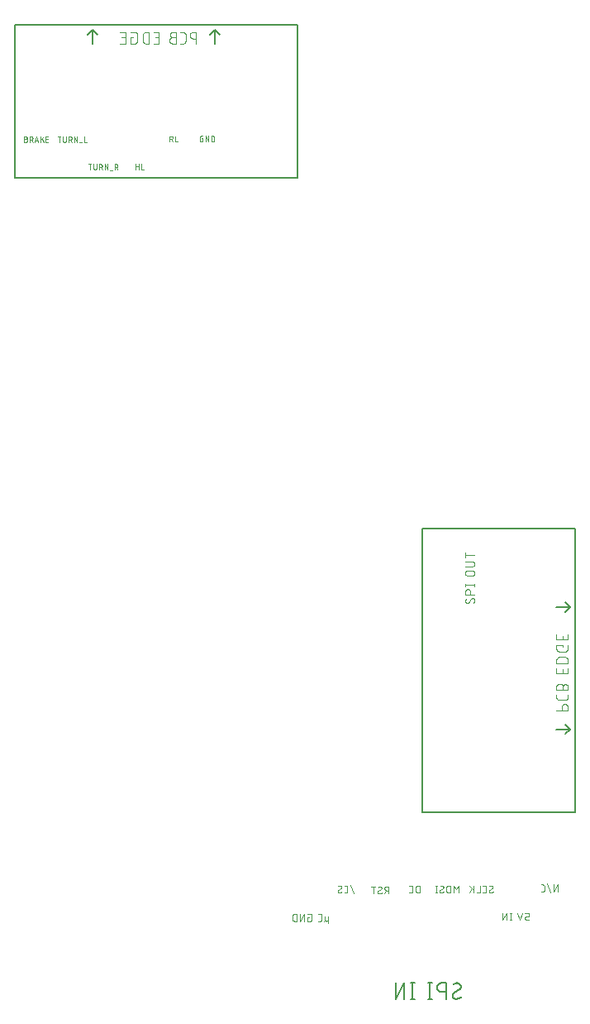
<source format=gbr>
G04 EAGLE Gerber X2 export*
%TF.Part,Single*%
%TF.FileFunction,Legend,Bot,1*%
%TF.FilePolarity,Positive*%
%TF.GenerationSoftware,Autodesk,EAGLE,9.1.3*%
%TF.CreationDate,2019-02-26T23:33:37Z*%
G75*
%MOMM*%
%FSLAX34Y34*%
%LPD*%
%AMOC8*
5,1,8,0,0,1.08239X$1,22.5*%
G01*
%ADD10C,0.076200*%
%ADD11C,0.050800*%
%ADD12C,0.152400*%
%ADD13C,0.150000*%
%ADD14C,0.101600*%


D10*
X1196619Y878714D02*
X1196617Y878803D01*
X1196611Y878891D01*
X1196602Y878979D01*
X1196589Y879067D01*
X1196572Y879154D01*
X1196552Y879240D01*
X1196527Y879325D01*
X1196500Y879410D01*
X1196468Y879493D01*
X1196434Y879574D01*
X1196395Y879654D01*
X1196354Y879732D01*
X1196309Y879809D01*
X1196261Y879883D01*
X1196210Y879956D01*
X1196156Y880026D01*
X1196098Y880093D01*
X1196038Y880159D01*
X1195976Y880221D01*
X1195910Y880281D01*
X1195843Y880339D01*
X1195773Y880393D01*
X1195700Y880444D01*
X1195626Y880492D01*
X1195549Y880537D01*
X1195471Y880578D01*
X1195391Y880617D01*
X1195310Y880651D01*
X1195227Y880683D01*
X1195142Y880710D01*
X1195057Y880735D01*
X1194971Y880755D01*
X1194884Y880772D01*
X1194796Y880785D01*
X1194708Y880794D01*
X1194620Y880800D01*
X1194531Y880802D01*
X1196619Y878714D02*
X1196617Y878585D01*
X1196611Y878456D01*
X1196602Y878327D01*
X1196589Y878199D01*
X1196572Y878071D01*
X1196551Y877944D01*
X1196527Y877817D01*
X1196499Y877691D01*
X1196467Y877566D01*
X1196432Y877442D01*
X1196393Y877319D01*
X1196350Y877197D01*
X1196304Y877077D01*
X1196254Y876958D01*
X1196201Y876840D01*
X1196145Y876724D01*
X1196085Y876610D01*
X1196022Y876497D01*
X1195955Y876387D01*
X1195886Y876278D01*
X1195813Y876172D01*
X1195737Y876067D01*
X1195658Y875965D01*
X1195576Y875866D01*
X1195492Y875768D01*
X1195404Y875673D01*
X1195314Y875581D01*
X1189309Y875843D02*
X1189220Y875845D01*
X1189132Y875851D01*
X1189044Y875860D01*
X1188956Y875873D01*
X1188869Y875890D01*
X1188783Y875910D01*
X1188698Y875935D01*
X1188613Y875962D01*
X1188530Y875994D01*
X1188449Y876028D01*
X1188369Y876067D01*
X1188291Y876108D01*
X1188214Y876153D01*
X1188140Y876201D01*
X1188067Y876252D01*
X1187997Y876306D01*
X1187930Y876364D01*
X1187864Y876424D01*
X1187802Y876486D01*
X1187742Y876552D01*
X1187684Y876619D01*
X1187630Y876689D01*
X1187579Y876762D01*
X1187531Y876836D01*
X1187486Y876913D01*
X1187445Y876991D01*
X1187406Y877071D01*
X1187372Y877152D01*
X1187340Y877235D01*
X1187313Y877320D01*
X1187288Y877405D01*
X1187268Y877491D01*
X1187251Y877578D01*
X1187238Y877666D01*
X1187229Y877754D01*
X1187223Y877842D01*
X1187221Y877931D01*
X1187223Y878051D01*
X1187228Y878171D01*
X1187238Y878290D01*
X1187250Y878410D01*
X1187267Y878529D01*
X1187287Y878647D01*
X1187311Y878765D01*
X1187338Y878881D01*
X1187369Y878997D01*
X1187403Y879112D01*
X1187441Y879226D01*
X1187483Y879339D01*
X1187528Y879450D01*
X1187576Y879560D01*
X1187627Y879668D01*
X1187682Y879775D01*
X1187740Y879880D01*
X1187802Y879983D01*
X1187866Y880084D01*
X1187934Y880184D01*
X1188004Y880281D01*
X1191136Y876886D02*
X1191088Y876808D01*
X1191036Y876732D01*
X1190982Y876659D01*
X1190924Y876588D01*
X1190863Y876519D01*
X1190799Y876453D01*
X1190732Y876390D01*
X1190663Y876330D01*
X1190591Y876273D01*
X1190517Y876219D01*
X1190440Y876169D01*
X1190361Y876121D01*
X1190281Y876078D01*
X1190198Y876037D01*
X1190114Y876001D01*
X1190029Y875968D01*
X1189942Y875939D01*
X1189853Y875913D01*
X1189764Y875891D01*
X1189674Y875874D01*
X1189584Y875860D01*
X1189492Y875850D01*
X1189401Y875844D01*
X1189309Y875842D01*
X1192704Y879758D02*
X1192752Y879836D01*
X1192804Y879912D01*
X1192858Y879985D01*
X1192916Y880056D01*
X1192977Y880125D01*
X1193041Y880191D01*
X1193108Y880254D01*
X1193177Y880314D01*
X1193249Y880371D01*
X1193323Y880425D01*
X1193400Y880475D01*
X1193479Y880523D01*
X1193559Y880566D01*
X1193642Y880607D01*
X1193726Y880643D01*
X1193811Y880676D01*
X1193898Y880705D01*
X1193987Y880731D01*
X1194076Y880753D01*
X1194166Y880770D01*
X1194256Y880784D01*
X1194348Y880794D01*
X1194439Y880800D01*
X1194531Y880802D01*
X1192703Y879758D02*
X1191137Y876886D01*
X1187221Y884856D02*
X1196619Y884856D01*
X1187221Y884856D02*
X1187221Y887467D01*
X1187223Y887568D01*
X1187229Y887669D01*
X1187239Y887770D01*
X1187252Y887870D01*
X1187270Y887970D01*
X1187291Y888069D01*
X1187317Y888167D01*
X1187346Y888264D01*
X1187378Y888360D01*
X1187415Y888454D01*
X1187455Y888547D01*
X1187499Y888639D01*
X1187546Y888728D01*
X1187597Y888816D01*
X1187651Y888902D01*
X1187708Y888985D01*
X1187768Y889067D01*
X1187832Y889145D01*
X1187898Y889222D01*
X1187968Y889295D01*
X1188040Y889366D01*
X1188115Y889434D01*
X1188193Y889499D01*
X1188273Y889561D01*
X1188355Y889620D01*
X1188440Y889676D01*
X1188527Y889728D01*
X1188615Y889777D01*
X1188706Y889823D01*
X1188798Y889864D01*
X1188892Y889903D01*
X1188987Y889937D01*
X1189083Y889968D01*
X1189181Y889995D01*
X1189279Y890019D01*
X1189379Y890038D01*
X1189479Y890054D01*
X1189579Y890066D01*
X1189680Y890074D01*
X1189781Y890078D01*
X1189883Y890078D01*
X1189984Y890074D01*
X1190085Y890066D01*
X1190185Y890054D01*
X1190285Y890038D01*
X1190385Y890019D01*
X1190483Y889995D01*
X1190581Y889968D01*
X1190677Y889937D01*
X1190772Y889903D01*
X1190866Y889864D01*
X1190958Y889823D01*
X1191049Y889777D01*
X1191138Y889728D01*
X1191224Y889676D01*
X1191309Y889620D01*
X1191391Y889561D01*
X1191471Y889499D01*
X1191549Y889434D01*
X1191624Y889366D01*
X1191696Y889295D01*
X1191766Y889222D01*
X1191832Y889145D01*
X1191896Y889067D01*
X1191956Y888985D01*
X1192013Y888902D01*
X1192067Y888816D01*
X1192118Y888728D01*
X1192165Y888639D01*
X1192209Y888547D01*
X1192249Y888454D01*
X1192286Y888360D01*
X1192318Y888264D01*
X1192347Y888167D01*
X1192373Y888069D01*
X1192394Y887970D01*
X1192412Y887870D01*
X1192425Y887770D01*
X1192435Y887669D01*
X1192441Y887568D01*
X1192443Y887467D01*
X1192442Y887467D02*
X1192442Y884856D01*
X1196619Y894346D02*
X1187221Y894346D01*
X1196619Y893302D02*
X1196619Y895390D01*
X1187221Y895390D02*
X1187221Y893302D01*
X1189832Y903927D02*
X1194008Y903927D01*
X1189832Y903927D02*
X1189731Y903929D01*
X1189630Y903935D01*
X1189529Y903945D01*
X1189429Y903958D01*
X1189329Y903976D01*
X1189230Y903997D01*
X1189132Y904023D01*
X1189035Y904052D01*
X1188939Y904084D01*
X1188845Y904121D01*
X1188752Y904161D01*
X1188660Y904205D01*
X1188571Y904252D01*
X1188483Y904303D01*
X1188397Y904357D01*
X1188314Y904414D01*
X1188232Y904474D01*
X1188154Y904538D01*
X1188077Y904604D01*
X1188004Y904674D01*
X1187933Y904746D01*
X1187865Y904821D01*
X1187800Y904899D01*
X1187738Y904979D01*
X1187679Y905061D01*
X1187623Y905146D01*
X1187571Y905233D01*
X1187522Y905321D01*
X1187476Y905412D01*
X1187435Y905504D01*
X1187396Y905598D01*
X1187362Y905693D01*
X1187331Y905789D01*
X1187304Y905887D01*
X1187280Y905985D01*
X1187261Y906085D01*
X1187245Y906185D01*
X1187233Y906285D01*
X1187225Y906386D01*
X1187221Y906487D01*
X1187221Y906589D01*
X1187225Y906690D01*
X1187233Y906791D01*
X1187245Y906891D01*
X1187261Y906991D01*
X1187280Y907091D01*
X1187304Y907189D01*
X1187331Y907287D01*
X1187362Y907383D01*
X1187396Y907478D01*
X1187435Y907572D01*
X1187476Y907664D01*
X1187522Y907755D01*
X1187571Y907844D01*
X1187623Y907930D01*
X1187679Y908015D01*
X1187738Y908097D01*
X1187800Y908177D01*
X1187865Y908255D01*
X1187933Y908330D01*
X1188004Y908402D01*
X1188077Y908472D01*
X1188154Y908538D01*
X1188232Y908602D01*
X1188314Y908662D01*
X1188397Y908719D01*
X1188483Y908773D01*
X1188571Y908824D01*
X1188660Y908871D01*
X1188752Y908915D01*
X1188845Y908955D01*
X1188939Y908992D01*
X1189035Y909024D01*
X1189132Y909053D01*
X1189230Y909079D01*
X1189329Y909100D01*
X1189429Y909118D01*
X1189529Y909131D01*
X1189630Y909141D01*
X1189731Y909147D01*
X1189832Y909149D01*
X1189832Y909148D02*
X1194008Y909148D01*
X1194008Y909149D02*
X1194109Y909147D01*
X1194210Y909141D01*
X1194311Y909131D01*
X1194411Y909118D01*
X1194511Y909100D01*
X1194610Y909079D01*
X1194708Y909053D01*
X1194805Y909024D01*
X1194901Y908992D01*
X1194995Y908955D01*
X1195088Y908915D01*
X1195180Y908871D01*
X1195269Y908824D01*
X1195357Y908773D01*
X1195443Y908719D01*
X1195526Y908662D01*
X1195608Y908602D01*
X1195686Y908538D01*
X1195763Y908472D01*
X1195836Y908402D01*
X1195907Y908330D01*
X1195975Y908255D01*
X1196040Y908177D01*
X1196102Y908097D01*
X1196161Y908015D01*
X1196217Y907930D01*
X1196269Y907844D01*
X1196318Y907755D01*
X1196364Y907664D01*
X1196405Y907572D01*
X1196444Y907478D01*
X1196478Y907383D01*
X1196509Y907287D01*
X1196536Y907189D01*
X1196560Y907091D01*
X1196579Y906991D01*
X1196595Y906891D01*
X1196607Y906791D01*
X1196615Y906690D01*
X1196619Y906589D01*
X1196619Y906487D01*
X1196615Y906386D01*
X1196607Y906285D01*
X1196595Y906185D01*
X1196579Y906085D01*
X1196560Y905985D01*
X1196536Y905887D01*
X1196509Y905789D01*
X1196478Y905693D01*
X1196444Y905598D01*
X1196405Y905504D01*
X1196364Y905412D01*
X1196318Y905321D01*
X1196269Y905233D01*
X1196217Y905146D01*
X1196161Y905061D01*
X1196102Y904979D01*
X1196040Y904899D01*
X1195975Y904821D01*
X1195907Y904746D01*
X1195836Y904674D01*
X1195763Y904604D01*
X1195686Y904538D01*
X1195608Y904474D01*
X1195526Y904414D01*
X1195443Y904357D01*
X1195357Y904303D01*
X1195269Y904252D01*
X1195180Y904205D01*
X1195088Y904161D01*
X1194995Y904121D01*
X1194901Y904084D01*
X1194805Y904052D01*
X1194708Y904023D01*
X1194610Y903997D01*
X1194511Y903976D01*
X1194411Y903958D01*
X1194311Y903945D01*
X1194210Y903935D01*
X1194109Y903929D01*
X1194008Y903927D01*
X1194008Y913376D02*
X1187221Y913376D01*
X1194008Y913376D02*
X1194109Y913378D01*
X1194210Y913384D01*
X1194311Y913394D01*
X1194411Y913407D01*
X1194511Y913425D01*
X1194610Y913446D01*
X1194708Y913472D01*
X1194805Y913501D01*
X1194901Y913533D01*
X1194995Y913570D01*
X1195088Y913610D01*
X1195180Y913654D01*
X1195269Y913701D01*
X1195357Y913752D01*
X1195443Y913806D01*
X1195526Y913863D01*
X1195608Y913923D01*
X1195686Y913987D01*
X1195763Y914053D01*
X1195836Y914123D01*
X1195907Y914195D01*
X1195975Y914270D01*
X1196040Y914348D01*
X1196102Y914428D01*
X1196161Y914510D01*
X1196217Y914595D01*
X1196269Y914682D01*
X1196318Y914770D01*
X1196364Y914861D01*
X1196405Y914953D01*
X1196444Y915047D01*
X1196478Y915142D01*
X1196509Y915238D01*
X1196536Y915336D01*
X1196560Y915434D01*
X1196579Y915534D01*
X1196595Y915634D01*
X1196607Y915734D01*
X1196615Y915835D01*
X1196619Y915936D01*
X1196619Y916038D01*
X1196615Y916139D01*
X1196607Y916240D01*
X1196595Y916340D01*
X1196579Y916440D01*
X1196560Y916540D01*
X1196536Y916638D01*
X1196509Y916736D01*
X1196478Y916832D01*
X1196444Y916927D01*
X1196405Y917021D01*
X1196364Y917113D01*
X1196318Y917204D01*
X1196269Y917293D01*
X1196217Y917379D01*
X1196161Y917464D01*
X1196102Y917546D01*
X1196040Y917626D01*
X1195975Y917704D01*
X1195907Y917779D01*
X1195836Y917851D01*
X1195763Y917921D01*
X1195686Y917987D01*
X1195608Y918051D01*
X1195526Y918111D01*
X1195443Y918168D01*
X1195357Y918222D01*
X1195269Y918273D01*
X1195180Y918320D01*
X1195088Y918364D01*
X1194995Y918404D01*
X1194901Y918441D01*
X1194805Y918473D01*
X1194708Y918502D01*
X1194610Y918528D01*
X1194511Y918549D01*
X1194411Y918567D01*
X1194311Y918580D01*
X1194210Y918590D01*
X1194109Y918596D01*
X1194008Y918598D01*
X1194008Y918597D02*
X1187221Y918597D01*
X1187221Y924826D02*
X1196619Y924826D01*
X1187221Y922215D02*
X1187221Y927436D01*
D11*
X918358Y1351558D02*
X917427Y1351558D01*
X918358Y1351558D02*
X918358Y1348454D01*
X916496Y1348454D01*
X916426Y1348456D01*
X916357Y1348462D01*
X916288Y1348472D01*
X916220Y1348485D01*
X916152Y1348503D01*
X916086Y1348524D01*
X916021Y1348549D01*
X915957Y1348577D01*
X915895Y1348609D01*
X915835Y1348644D01*
X915777Y1348683D01*
X915722Y1348725D01*
X915668Y1348770D01*
X915618Y1348818D01*
X915570Y1348868D01*
X915525Y1348922D01*
X915483Y1348977D01*
X915444Y1349035D01*
X915409Y1349095D01*
X915377Y1349157D01*
X915349Y1349221D01*
X915324Y1349286D01*
X915303Y1349352D01*
X915285Y1349420D01*
X915272Y1349488D01*
X915262Y1349557D01*
X915256Y1349626D01*
X915254Y1349696D01*
X915254Y1352800D01*
X915256Y1352870D01*
X915262Y1352939D01*
X915272Y1353008D01*
X915285Y1353076D01*
X915303Y1353144D01*
X915324Y1353210D01*
X915349Y1353275D01*
X915377Y1353339D01*
X915409Y1353401D01*
X915444Y1353461D01*
X915483Y1353519D01*
X915525Y1353574D01*
X915570Y1353628D01*
X915618Y1353678D01*
X915668Y1353726D01*
X915722Y1353771D01*
X915777Y1353813D01*
X915835Y1353852D01*
X915895Y1353887D01*
X915957Y1353919D01*
X916021Y1353947D01*
X916086Y1353972D01*
X916152Y1353993D01*
X916220Y1354011D01*
X916288Y1354024D01*
X916357Y1354034D01*
X916426Y1354040D01*
X916496Y1354042D01*
X918358Y1354042D01*
X921106Y1354042D02*
X921106Y1348454D01*
X924211Y1348454D02*
X921106Y1354042D01*
X924211Y1354042D02*
X924211Y1348454D01*
X926958Y1348454D02*
X926958Y1354042D01*
X928510Y1354042D01*
X928586Y1354040D01*
X928662Y1354035D01*
X928738Y1354025D01*
X928813Y1354012D01*
X928887Y1353995D01*
X928961Y1353975D01*
X929033Y1353951D01*
X929104Y1353924D01*
X929174Y1353893D01*
X929242Y1353859D01*
X929308Y1353821D01*
X929372Y1353780D01*
X929435Y1353737D01*
X929495Y1353690D01*
X929552Y1353640D01*
X929607Y1353587D01*
X929660Y1353532D01*
X929710Y1353475D01*
X929757Y1353415D01*
X929800Y1353352D01*
X929841Y1353288D01*
X929879Y1353222D01*
X929913Y1353154D01*
X929944Y1353084D01*
X929971Y1353013D01*
X929995Y1352940D01*
X930015Y1352867D01*
X930032Y1352793D01*
X930045Y1352718D01*
X930055Y1352642D01*
X930060Y1352566D01*
X930062Y1352490D01*
X930063Y1352490D02*
X930063Y1350006D01*
X930062Y1350006D02*
X930060Y1349927D01*
X930054Y1349849D01*
X930044Y1349771D01*
X930030Y1349694D01*
X930012Y1349617D01*
X929991Y1349541D01*
X929965Y1349467D01*
X929936Y1349394D01*
X929903Y1349323D01*
X929867Y1349253D01*
X929827Y1349185D01*
X929784Y1349119D01*
X929737Y1349056D01*
X929688Y1348995D01*
X929635Y1348937D01*
X929579Y1348881D01*
X929521Y1348828D01*
X929460Y1348779D01*
X929397Y1348732D01*
X929331Y1348689D01*
X929263Y1348649D01*
X929194Y1348613D01*
X929122Y1348580D01*
X929049Y1348551D01*
X928975Y1348525D01*
X928899Y1348504D01*
X928822Y1348486D01*
X928745Y1348472D01*
X928667Y1348462D01*
X928589Y1348456D01*
X928510Y1348454D01*
X926958Y1348454D01*
X802406Y1325242D02*
X802406Y1319654D01*
X800854Y1325242D02*
X803958Y1325242D01*
X806158Y1325242D02*
X806158Y1321206D01*
X806160Y1321129D01*
X806166Y1321051D01*
X806175Y1320975D01*
X806189Y1320898D01*
X806206Y1320823D01*
X806227Y1320749D01*
X806252Y1320675D01*
X806280Y1320603D01*
X806312Y1320533D01*
X806347Y1320464D01*
X806386Y1320397D01*
X806428Y1320332D01*
X806473Y1320269D01*
X806521Y1320208D01*
X806572Y1320150D01*
X806626Y1320095D01*
X806683Y1320042D01*
X806742Y1319993D01*
X806804Y1319946D01*
X806868Y1319902D01*
X806934Y1319862D01*
X807002Y1319825D01*
X807072Y1319791D01*
X807143Y1319761D01*
X807216Y1319735D01*
X807290Y1319712D01*
X807365Y1319693D01*
X807440Y1319678D01*
X807517Y1319666D01*
X807594Y1319658D01*
X807671Y1319654D01*
X807749Y1319654D01*
X807826Y1319658D01*
X807903Y1319666D01*
X807980Y1319678D01*
X808055Y1319693D01*
X808130Y1319712D01*
X808204Y1319735D01*
X808277Y1319761D01*
X808348Y1319791D01*
X808418Y1319825D01*
X808486Y1319862D01*
X808552Y1319902D01*
X808616Y1319946D01*
X808678Y1319993D01*
X808737Y1320042D01*
X808794Y1320095D01*
X808848Y1320150D01*
X808899Y1320208D01*
X808947Y1320269D01*
X808992Y1320332D01*
X809034Y1320397D01*
X809073Y1320464D01*
X809108Y1320533D01*
X809140Y1320603D01*
X809168Y1320675D01*
X809193Y1320749D01*
X809214Y1320823D01*
X809231Y1320898D01*
X809245Y1320975D01*
X809254Y1321051D01*
X809260Y1321129D01*
X809262Y1321206D01*
X809262Y1325242D01*
X812046Y1325242D02*
X812046Y1319654D01*
X812046Y1325242D02*
X813598Y1325242D01*
X813675Y1325240D01*
X813753Y1325234D01*
X813829Y1325225D01*
X813906Y1325211D01*
X813981Y1325194D01*
X814055Y1325173D01*
X814129Y1325148D01*
X814201Y1325120D01*
X814271Y1325088D01*
X814340Y1325053D01*
X814407Y1325014D01*
X814472Y1324972D01*
X814535Y1324927D01*
X814596Y1324879D01*
X814654Y1324828D01*
X814709Y1324774D01*
X814762Y1324717D01*
X814811Y1324658D01*
X814858Y1324596D01*
X814902Y1324532D01*
X814942Y1324466D01*
X814979Y1324398D01*
X815013Y1324328D01*
X815043Y1324257D01*
X815069Y1324184D01*
X815092Y1324110D01*
X815111Y1324035D01*
X815126Y1323960D01*
X815138Y1323883D01*
X815146Y1323806D01*
X815150Y1323729D01*
X815150Y1323651D01*
X815146Y1323574D01*
X815138Y1323497D01*
X815126Y1323420D01*
X815111Y1323345D01*
X815092Y1323270D01*
X815069Y1323196D01*
X815043Y1323123D01*
X815013Y1323052D01*
X814979Y1322982D01*
X814942Y1322914D01*
X814902Y1322848D01*
X814858Y1322784D01*
X814811Y1322722D01*
X814762Y1322663D01*
X814709Y1322606D01*
X814654Y1322552D01*
X814596Y1322501D01*
X814535Y1322453D01*
X814472Y1322408D01*
X814407Y1322366D01*
X814340Y1322327D01*
X814271Y1322292D01*
X814201Y1322260D01*
X814129Y1322232D01*
X814055Y1322207D01*
X813981Y1322186D01*
X813906Y1322169D01*
X813829Y1322155D01*
X813753Y1322146D01*
X813675Y1322140D01*
X813598Y1322138D01*
X812046Y1322138D01*
X813908Y1322138D02*
X815150Y1319654D01*
X817679Y1319654D02*
X817679Y1325242D01*
X820783Y1319654D01*
X820783Y1325242D01*
X823110Y1319033D02*
X825593Y1319033D01*
X827956Y1319654D02*
X827956Y1325242D01*
X829508Y1325242D01*
X829585Y1325240D01*
X829663Y1325234D01*
X829739Y1325225D01*
X829816Y1325211D01*
X829891Y1325194D01*
X829965Y1325173D01*
X830039Y1325148D01*
X830111Y1325120D01*
X830181Y1325088D01*
X830250Y1325053D01*
X830317Y1325014D01*
X830382Y1324972D01*
X830445Y1324927D01*
X830506Y1324879D01*
X830564Y1324828D01*
X830619Y1324774D01*
X830672Y1324717D01*
X830721Y1324658D01*
X830768Y1324596D01*
X830812Y1324532D01*
X830852Y1324466D01*
X830889Y1324398D01*
X830923Y1324328D01*
X830953Y1324257D01*
X830979Y1324184D01*
X831002Y1324110D01*
X831021Y1324035D01*
X831036Y1323960D01*
X831048Y1323883D01*
X831056Y1323806D01*
X831060Y1323729D01*
X831060Y1323651D01*
X831056Y1323574D01*
X831048Y1323497D01*
X831036Y1323420D01*
X831021Y1323345D01*
X831002Y1323270D01*
X830979Y1323196D01*
X830953Y1323123D01*
X830923Y1323052D01*
X830889Y1322982D01*
X830852Y1322914D01*
X830812Y1322848D01*
X830768Y1322784D01*
X830721Y1322722D01*
X830672Y1322663D01*
X830619Y1322606D01*
X830564Y1322552D01*
X830506Y1322501D01*
X830445Y1322453D01*
X830382Y1322408D01*
X830317Y1322366D01*
X830250Y1322327D01*
X830181Y1322292D01*
X830111Y1322260D01*
X830039Y1322232D01*
X829965Y1322207D01*
X829891Y1322186D01*
X829816Y1322169D01*
X829739Y1322155D01*
X829663Y1322146D01*
X829585Y1322140D01*
X829508Y1322138D01*
X827956Y1322138D01*
X829819Y1322138D02*
X831061Y1319654D01*
X771206Y1347854D02*
X771206Y1353442D01*
X769654Y1353442D02*
X772758Y1353442D01*
X774958Y1353442D02*
X774958Y1349406D01*
X774960Y1349329D01*
X774966Y1349251D01*
X774975Y1349175D01*
X774989Y1349098D01*
X775006Y1349023D01*
X775027Y1348949D01*
X775052Y1348875D01*
X775080Y1348803D01*
X775112Y1348733D01*
X775147Y1348664D01*
X775186Y1348597D01*
X775228Y1348532D01*
X775273Y1348469D01*
X775321Y1348408D01*
X775372Y1348350D01*
X775426Y1348295D01*
X775483Y1348242D01*
X775542Y1348193D01*
X775604Y1348146D01*
X775668Y1348102D01*
X775734Y1348062D01*
X775802Y1348025D01*
X775872Y1347991D01*
X775943Y1347961D01*
X776016Y1347935D01*
X776090Y1347912D01*
X776165Y1347893D01*
X776240Y1347878D01*
X776317Y1347866D01*
X776394Y1347858D01*
X776471Y1347854D01*
X776549Y1347854D01*
X776626Y1347858D01*
X776703Y1347866D01*
X776780Y1347878D01*
X776855Y1347893D01*
X776930Y1347912D01*
X777004Y1347935D01*
X777077Y1347961D01*
X777148Y1347991D01*
X777218Y1348025D01*
X777286Y1348062D01*
X777352Y1348102D01*
X777416Y1348146D01*
X777478Y1348193D01*
X777537Y1348242D01*
X777594Y1348295D01*
X777648Y1348350D01*
X777699Y1348408D01*
X777747Y1348469D01*
X777792Y1348532D01*
X777834Y1348597D01*
X777873Y1348664D01*
X777908Y1348733D01*
X777940Y1348803D01*
X777968Y1348875D01*
X777993Y1348949D01*
X778014Y1349023D01*
X778031Y1349098D01*
X778045Y1349175D01*
X778054Y1349251D01*
X778060Y1349329D01*
X778062Y1349406D01*
X778062Y1353442D01*
X780846Y1353442D02*
X780846Y1347854D01*
X780846Y1353442D02*
X782398Y1353442D01*
X782475Y1353440D01*
X782553Y1353434D01*
X782629Y1353425D01*
X782706Y1353411D01*
X782781Y1353394D01*
X782855Y1353373D01*
X782929Y1353348D01*
X783001Y1353320D01*
X783071Y1353288D01*
X783140Y1353253D01*
X783207Y1353214D01*
X783272Y1353172D01*
X783335Y1353127D01*
X783396Y1353079D01*
X783454Y1353028D01*
X783509Y1352974D01*
X783562Y1352917D01*
X783611Y1352858D01*
X783658Y1352796D01*
X783702Y1352732D01*
X783742Y1352666D01*
X783779Y1352598D01*
X783813Y1352528D01*
X783843Y1352457D01*
X783869Y1352384D01*
X783892Y1352310D01*
X783911Y1352235D01*
X783926Y1352160D01*
X783938Y1352083D01*
X783946Y1352006D01*
X783950Y1351929D01*
X783950Y1351851D01*
X783946Y1351774D01*
X783938Y1351697D01*
X783926Y1351620D01*
X783911Y1351545D01*
X783892Y1351470D01*
X783869Y1351396D01*
X783843Y1351323D01*
X783813Y1351252D01*
X783779Y1351182D01*
X783742Y1351114D01*
X783702Y1351048D01*
X783658Y1350984D01*
X783611Y1350922D01*
X783562Y1350863D01*
X783509Y1350806D01*
X783454Y1350752D01*
X783396Y1350701D01*
X783335Y1350653D01*
X783272Y1350608D01*
X783207Y1350566D01*
X783140Y1350527D01*
X783071Y1350492D01*
X783001Y1350460D01*
X782929Y1350432D01*
X782855Y1350407D01*
X782781Y1350386D01*
X782706Y1350369D01*
X782629Y1350355D01*
X782553Y1350346D01*
X782475Y1350340D01*
X782398Y1350338D01*
X780846Y1350338D01*
X782708Y1350338D02*
X783950Y1347854D01*
X786479Y1347854D02*
X786479Y1353442D01*
X789583Y1347854D01*
X789583Y1353442D01*
X791910Y1347233D02*
X794393Y1347233D01*
X796731Y1347854D02*
X796731Y1353442D01*
X796731Y1347854D02*
X799215Y1347854D01*
X737006Y1350958D02*
X735454Y1350958D01*
X737006Y1350958D02*
X737083Y1350956D01*
X737161Y1350950D01*
X737237Y1350941D01*
X737314Y1350927D01*
X737389Y1350910D01*
X737463Y1350889D01*
X737537Y1350864D01*
X737609Y1350836D01*
X737679Y1350804D01*
X737748Y1350769D01*
X737815Y1350730D01*
X737880Y1350688D01*
X737943Y1350643D01*
X738004Y1350595D01*
X738062Y1350544D01*
X738117Y1350490D01*
X738170Y1350433D01*
X738219Y1350374D01*
X738266Y1350312D01*
X738310Y1350248D01*
X738350Y1350182D01*
X738387Y1350114D01*
X738421Y1350044D01*
X738451Y1349973D01*
X738477Y1349900D01*
X738500Y1349826D01*
X738519Y1349751D01*
X738534Y1349676D01*
X738546Y1349599D01*
X738554Y1349522D01*
X738558Y1349445D01*
X738558Y1349367D01*
X738554Y1349290D01*
X738546Y1349213D01*
X738534Y1349136D01*
X738519Y1349061D01*
X738500Y1348986D01*
X738477Y1348912D01*
X738451Y1348839D01*
X738421Y1348768D01*
X738387Y1348698D01*
X738350Y1348630D01*
X738310Y1348564D01*
X738266Y1348500D01*
X738219Y1348438D01*
X738170Y1348379D01*
X738117Y1348322D01*
X738062Y1348268D01*
X738004Y1348217D01*
X737943Y1348169D01*
X737880Y1348124D01*
X737815Y1348082D01*
X737748Y1348043D01*
X737679Y1348008D01*
X737609Y1347976D01*
X737537Y1347948D01*
X737463Y1347923D01*
X737389Y1347902D01*
X737314Y1347885D01*
X737237Y1347871D01*
X737161Y1347862D01*
X737083Y1347856D01*
X737006Y1347854D01*
X735454Y1347854D01*
X735454Y1353442D01*
X737006Y1353442D01*
X737076Y1353440D01*
X737145Y1353434D01*
X737214Y1353424D01*
X737282Y1353411D01*
X737350Y1353393D01*
X737416Y1353372D01*
X737481Y1353347D01*
X737545Y1353319D01*
X737607Y1353287D01*
X737667Y1353252D01*
X737725Y1353213D01*
X737780Y1353171D01*
X737834Y1353126D01*
X737884Y1353078D01*
X737932Y1353028D01*
X737977Y1352974D01*
X738019Y1352919D01*
X738058Y1352861D01*
X738093Y1352801D01*
X738125Y1352739D01*
X738153Y1352675D01*
X738178Y1352610D01*
X738199Y1352544D01*
X738217Y1352476D01*
X738230Y1352408D01*
X738240Y1352339D01*
X738246Y1352270D01*
X738248Y1352200D01*
X738246Y1352130D01*
X738240Y1352061D01*
X738230Y1351992D01*
X738217Y1351924D01*
X738199Y1351856D01*
X738178Y1351790D01*
X738153Y1351725D01*
X738125Y1351661D01*
X738093Y1351599D01*
X738058Y1351539D01*
X738019Y1351481D01*
X737977Y1351426D01*
X737932Y1351372D01*
X737884Y1351322D01*
X737834Y1351274D01*
X737780Y1351229D01*
X737725Y1351187D01*
X737667Y1351148D01*
X737607Y1351113D01*
X737545Y1351081D01*
X737481Y1351053D01*
X737416Y1351028D01*
X737350Y1351007D01*
X737282Y1350989D01*
X737214Y1350976D01*
X737145Y1350966D01*
X737076Y1350960D01*
X737006Y1350958D01*
X740893Y1353442D02*
X740893Y1347854D01*
X740893Y1353442D02*
X742446Y1353442D01*
X742523Y1353440D01*
X742601Y1353434D01*
X742677Y1353425D01*
X742754Y1353411D01*
X742829Y1353394D01*
X742903Y1353373D01*
X742977Y1353348D01*
X743049Y1353320D01*
X743119Y1353288D01*
X743188Y1353253D01*
X743255Y1353214D01*
X743320Y1353172D01*
X743383Y1353127D01*
X743444Y1353079D01*
X743502Y1353028D01*
X743557Y1352974D01*
X743610Y1352917D01*
X743659Y1352858D01*
X743706Y1352796D01*
X743750Y1352732D01*
X743790Y1352666D01*
X743827Y1352598D01*
X743861Y1352528D01*
X743891Y1352457D01*
X743917Y1352384D01*
X743940Y1352310D01*
X743959Y1352235D01*
X743974Y1352160D01*
X743986Y1352083D01*
X743994Y1352006D01*
X743998Y1351929D01*
X743998Y1351851D01*
X743994Y1351774D01*
X743986Y1351697D01*
X743974Y1351620D01*
X743959Y1351545D01*
X743940Y1351470D01*
X743917Y1351396D01*
X743891Y1351323D01*
X743861Y1351252D01*
X743827Y1351182D01*
X743790Y1351114D01*
X743750Y1351048D01*
X743706Y1350984D01*
X743659Y1350922D01*
X743610Y1350863D01*
X743557Y1350806D01*
X743502Y1350752D01*
X743444Y1350701D01*
X743383Y1350653D01*
X743320Y1350608D01*
X743255Y1350566D01*
X743188Y1350527D01*
X743119Y1350492D01*
X743049Y1350460D01*
X742977Y1350432D01*
X742903Y1350407D01*
X742829Y1350386D01*
X742754Y1350369D01*
X742677Y1350355D01*
X742601Y1350346D01*
X742523Y1350340D01*
X742446Y1350338D01*
X740893Y1350338D01*
X742756Y1350338D02*
X743998Y1347854D01*
X746033Y1347854D02*
X747896Y1353442D01*
X749759Y1347854D01*
X749293Y1349251D02*
X746499Y1349251D01*
X752096Y1347854D02*
X752096Y1353442D01*
X755200Y1353442D02*
X752096Y1350027D01*
X753338Y1351269D02*
X755200Y1347854D01*
X757510Y1347854D02*
X759994Y1347854D01*
X757510Y1347854D02*
X757510Y1353442D01*
X759994Y1353442D01*
X759373Y1350958D02*
X757510Y1350958D01*
X849254Y1325242D02*
X849254Y1319654D01*
X849254Y1322758D02*
X852358Y1322758D01*
X852358Y1325242D02*
X852358Y1319654D01*
X855117Y1319654D02*
X855117Y1325242D01*
X855117Y1319654D02*
X857601Y1319654D01*
X884254Y1348254D02*
X884254Y1353842D01*
X885806Y1353842D01*
X885883Y1353840D01*
X885961Y1353834D01*
X886037Y1353825D01*
X886114Y1353811D01*
X886189Y1353794D01*
X886263Y1353773D01*
X886337Y1353748D01*
X886409Y1353720D01*
X886479Y1353688D01*
X886548Y1353653D01*
X886615Y1353614D01*
X886680Y1353572D01*
X886743Y1353527D01*
X886804Y1353479D01*
X886862Y1353428D01*
X886917Y1353374D01*
X886970Y1353317D01*
X887019Y1353258D01*
X887066Y1353196D01*
X887110Y1353132D01*
X887150Y1353066D01*
X887187Y1352998D01*
X887221Y1352928D01*
X887251Y1352857D01*
X887277Y1352784D01*
X887300Y1352710D01*
X887319Y1352635D01*
X887334Y1352560D01*
X887346Y1352483D01*
X887354Y1352406D01*
X887358Y1352329D01*
X887358Y1352251D01*
X887354Y1352174D01*
X887346Y1352097D01*
X887334Y1352020D01*
X887319Y1351945D01*
X887300Y1351870D01*
X887277Y1351796D01*
X887251Y1351723D01*
X887221Y1351652D01*
X887187Y1351582D01*
X887150Y1351514D01*
X887110Y1351448D01*
X887066Y1351384D01*
X887019Y1351322D01*
X886970Y1351263D01*
X886917Y1351206D01*
X886862Y1351152D01*
X886804Y1351101D01*
X886743Y1351053D01*
X886680Y1351008D01*
X886615Y1350966D01*
X886548Y1350927D01*
X886479Y1350892D01*
X886409Y1350860D01*
X886337Y1350832D01*
X886263Y1350807D01*
X886189Y1350786D01*
X886114Y1350769D01*
X886037Y1350755D01*
X885961Y1350746D01*
X885883Y1350740D01*
X885806Y1350738D01*
X884254Y1350738D01*
X886117Y1350738D02*
X887358Y1348254D01*
X889898Y1348254D02*
X889898Y1353842D01*
X889898Y1348254D02*
X892382Y1348254D01*
D12*
X1174207Y474374D02*
X1174209Y474256D01*
X1174215Y474138D01*
X1174224Y474020D01*
X1174238Y473903D01*
X1174255Y473786D01*
X1174276Y473669D01*
X1174301Y473554D01*
X1174330Y473439D01*
X1174363Y473325D01*
X1174399Y473213D01*
X1174439Y473102D01*
X1174482Y472992D01*
X1174529Y472883D01*
X1174579Y472776D01*
X1174634Y472671D01*
X1174691Y472568D01*
X1174752Y472467D01*
X1174816Y472367D01*
X1174883Y472270D01*
X1174953Y472175D01*
X1175027Y472083D01*
X1175103Y471992D01*
X1175183Y471905D01*
X1175265Y471820D01*
X1175350Y471738D01*
X1175437Y471658D01*
X1175528Y471582D01*
X1175620Y471508D01*
X1175715Y471438D01*
X1175812Y471371D01*
X1175912Y471307D01*
X1176013Y471246D01*
X1176116Y471189D01*
X1176221Y471134D01*
X1176328Y471084D01*
X1176437Y471037D01*
X1176547Y470994D01*
X1176658Y470954D01*
X1176770Y470918D01*
X1176884Y470885D01*
X1176999Y470856D01*
X1177114Y470831D01*
X1177231Y470810D01*
X1177348Y470793D01*
X1177465Y470779D01*
X1177583Y470770D01*
X1177701Y470764D01*
X1177819Y470762D01*
X1178002Y470764D01*
X1178184Y470771D01*
X1178366Y470782D01*
X1178548Y470797D01*
X1178730Y470817D01*
X1178911Y470841D01*
X1179091Y470869D01*
X1179271Y470901D01*
X1179450Y470938D01*
X1179627Y470979D01*
X1179804Y471025D01*
X1179980Y471074D01*
X1180155Y471128D01*
X1180328Y471186D01*
X1180499Y471248D01*
X1180670Y471314D01*
X1180838Y471385D01*
X1181005Y471459D01*
X1181170Y471537D01*
X1181333Y471619D01*
X1181494Y471705D01*
X1181653Y471795D01*
X1181810Y471889D01*
X1181964Y471986D01*
X1182116Y472087D01*
X1182266Y472192D01*
X1182413Y472300D01*
X1182557Y472411D01*
X1182699Y472526D01*
X1182838Y472645D01*
X1182974Y472767D01*
X1183107Y472892D01*
X1183237Y473020D01*
X1182786Y483406D02*
X1182784Y483524D01*
X1182778Y483642D01*
X1182769Y483760D01*
X1182755Y483877D01*
X1182738Y483994D01*
X1182717Y484111D01*
X1182692Y484226D01*
X1182663Y484341D01*
X1182630Y484455D01*
X1182594Y484567D01*
X1182554Y484678D01*
X1182511Y484788D01*
X1182464Y484897D01*
X1182414Y485004D01*
X1182359Y485109D01*
X1182302Y485212D01*
X1182241Y485313D01*
X1182177Y485413D01*
X1182110Y485510D01*
X1182040Y485605D01*
X1181966Y485697D01*
X1181890Y485788D01*
X1181810Y485875D01*
X1181728Y485960D01*
X1181643Y486042D01*
X1181556Y486122D01*
X1181465Y486198D01*
X1181373Y486272D01*
X1181278Y486342D01*
X1181181Y486409D01*
X1181081Y486473D01*
X1180980Y486534D01*
X1180877Y486591D01*
X1180772Y486646D01*
X1180665Y486696D01*
X1180556Y486743D01*
X1180446Y486786D01*
X1180335Y486826D01*
X1180223Y486862D01*
X1180109Y486895D01*
X1179994Y486924D01*
X1179879Y486949D01*
X1179762Y486970D01*
X1179645Y486987D01*
X1179528Y487001D01*
X1179410Y487010D01*
X1179292Y487016D01*
X1179174Y487018D01*
X1179013Y487016D01*
X1178851Y487010D01*
X1178690Y487001D01*
X1178529Y486987D01*
X1178369Y486970D01*
X1178209Y486949D01*
X1178049Y486924D01*
X1177890Y486895D01*
X1177732Y486863D01*
X1177575Y486827D01*
X1177419Y486787D01*
X1177263Y486743D01*
X1177109Y486695D01*
X1176956Y486644D01*
X1176804Y486590D01*
X1176653Y486531D01*
X1176504Y486470D01*
X1176357Y486404D01*
X1176211Y486335D01*
X1176066Y486263D01*
X1175924Y486187D01*
X1175783Y486108D01*
X1175644Y486026D01*
X1175508Y485940D01*
X1175373Y485851D01*
X1175240Y485759D01*
X1175110Y485663D01*
X1180981Y480245D02*
X1181082Y480307D01*
X1181182Y480372D01*
X1181279Y480441D01*
X1181374Y480513D01*
X1181467Y480587D01*
X1181557Y480665D01*
X1181645Y480746D01*
X1181730Y480829D01*
X1181812Y480915D01*
X1181891Y481004D01*
X1181968Y481095D01*
X1182041Y481189D01*
X1182112Y481285D01*
X1182179Y481383D01*
X1182243Y481483D01*
X1182304Y481586D01*
X1182361Y481690D01*
X1182415Y481796D01*
X1182465Y481904D01*
X1182512Y482013D01*
X1182556Y482124D01*
X1182596Y482236D01*
X1182632Y482350D01*
X1182664Y482464D01*
X1182693Y482580D01*
X1182718Y482696D01*
X1182739Y482813D01*
X1182756Y482931D01*
X1182770Y483049D01*
X1182779Y483168D01*
X1182785Y483287D01*
X1182787Y483406D01*
X1176013Y477535D02*
X1175912Y477473D01*
X1175812Y477408D01*
X1175715Y477339D01*
X1175620Y477267D01*
X1175527Y477193D01*
X1175437Y477115D01*
X1175349Y477034D01*
X1175264Y476951D01*
X1175182Y476865D01*
X1175103Y476776D01*
X1175026Y476685D01*
X1174953Y476591D01*
X1174882Y476495D01*
X1174815Y476397D01*
X1174751Y476297D01*
X1174690Y476194D01*
X1174633Y476090D01*
X1174579Y475984D01*
X1174529Y475876D01*
X1174482Y475767D01*
X1174438Y475656D01*
X1174398Y475544D01*
X1174362Y475430D01*
X1174330Y475316D01*
X1174301Y475200D01*
X1174276Y475084D01*
X1174255Y474967D01*
X1174238Y474849D01*
X1174224Y474731D01*
X1174215Y474612D01*
X1174209Y474493D01*
X1174207Y474374D01*
X1176013Y477535D02*
X1180980Y480245D01*
X1167396Y487018D02*
X1167396Y470762D01*
X1167396Y487018D02*
X1162880Y487018D01*
X1162747Y487016D01*
X1162615Y487010D01*
X1162483Y487000D01*
X1162351Y486987D01*
X1162219Y486969D01*
X1162089Y486948D01*
X1161958Y486923D01*
X1161829Y486894D01*
X1161701Y486861D01*
X1161573Y486825D01*
X1161447Y486785D01*
X1161322Y486741D01*
X1161198Y486693D01*
X1161076Y486642D01*
X1160955Y486587D01*
X1160836Y486529D01*
X1160718Y486467D01*
X1160603Y486402D01*
X1160489Y486333D01*
X1160378Y486262D01*
X1160269Y486186D01*
X1160162Y486108D01*
X1160057Y486027D01*
X1159955Y485942D01*
X1159855Y485855D01*
X1159758Y485765D01*
X1159663Y485672D01*
X1159572Y485576D01*
X1159483Y485478D01*
X1159397Y485377D01*
X1159314Y485273D01*
X1159234Y485167D01*
X1159158Y485059D01*
X1159084Y484949D01*
X1159014Y484836D01*
X1158947Y484722D01*
X1158884Y484605D01*
X1158824Y484487D01*
X1158767Y484367D01*
X1158714Y484245D01*
X1158665Y484122D01*
X1158619Y483998D01*
X1158577Y483872D01*
X1158539Y483745D01*
X1158504Y483617D01*
X1158473Y483488D01*
X1158446Y483359D01*
X1158423Y483228D01*
X1158403Y483097D01*
X1158388Y482965D01*
X1158376Y482833D01*
X1158368Y482701D01*
X1158364Y482568D01*
X1158364Y482436D01*
X1158368Y482303D01*
X1158376Y482171D01*
X1158388Y482039D01*
X1158403Y481907D01*
X1158423Y481776D01*
X1158446Y481645D01*
X1158473Y481516D01*
X1158504Y481387D01*
X1158539Y481259D01*
X1158577Y481132D01*
X1158619Y481006D01*
X1158665Y480882D01*
X1158714Y480759D01*
X1158767Y480637D01*
X1158824Y480517D01*
X1158884Y480399D01*
X1158947Y480282D01*
X1159014Y480168D01*
X1159084Y480055D01*
X1159158Y479945D01*
X1159234Y479837D01*
X1159314Y479731D01*
X1159397Y479627D01*
X1159483Y479526D01*
X1159572Y479428D01*
X1159663Y479332D01*
X1159758Y479239D01*
X1159855Y479149D01*
X1159955Y479062D01*
X1160057Y478977D01*
X1160162Y478896D01*
X1160269Y478818D01*
X1160378Y478742D01*
X1160489Y478671D01*
X1160603Y478602D01*
X1160718Y478537D01*
X1160836Y478475D01*
X1160955Y478417D01*
X1161076Y478362D01*
X1161198Y478311D01*
X1161322Y478263D01*
X1161447Y478219D01*
X1161573Y478179D01*
X1161701Y478143D01*
X1161829Y478110D01*
X1161958Y478081D01*
X1162089Y478056D01*
X1162219Y478035D01*
X1162351Y478017D01*
X1162483Y478004D01*
X1162615Y477994D01*
X1162747Y477988D01*
X1162880Y477986D01*
X1162880Y477987D02*
X1167396Y477987D01*
X1151107Y470762D02*
X1151107Y487018D01*
X1152914Y470762D02*
X1149301Y470762D01*
X1149301Y487018D02*
X1152914Y487018D01*
X1133392Y487018D02*
X1133392Y470762D01*
X1135198Y470762D02*
X1131586Y470762D01*
X1131586Y487018D02*
X1135198Y487018D01*
X1124882Y487018D02*
X1124882Y470762D01*
X1115850Y470762D02*
X1124882Y487018D01*
X1115850Y487018D02*
X1115850Y470762D01*
D10*
X1046619Y547926D02*
X1046619Y555292D01*
X1043345Y555292D02*
X1043345Y552018D01*
X1043347Y551939D01*
X1043353Y551860D01*
X1043362Y551781D01*
X1043375Y551703D01*
X1043393Y551626D01*
X1043413Y551550D01*
X1043438Y551475D01*
X1043466Y551401D01*
X1043497Y551328D01*
X1043533Y551257D01*
X1043571Y551188D01*
X1043613Y551121D01*
X1043658Y551056D01*
X1043706Y550993D01*
X1043757Y550932D01*
X1043811Y550875D01*
X1043867Y550819D01*
X1043926Y550767D01*
X1043988Y550717D01*
X1044052Y550671D01*
X1044118Y550627D01*
X1044186Y550587D01*
X1044256Y550551D01*
X1044328Y550517D01*
X1044402Y550487D01*
X1044476Y550461D01*
X1044552Y550438D01*
X1044629Y550420D01*
X1044706Y550404D01*
X1044785Y550393D01*
X1044863Y550385D01*
X1044942Y550381D01*
X1045022Y550381D01*
X1045101Y550385D01*
X1045179Y550393D01*
X1045258Y550404D01*
X1045335Y550420D01*
X1045412Y550438D01*
X1045488Y550461D01*
X1045562Y550487D01*
X1045636Y550517D01*
X1045708Y550551D01*
X1045778Y550587D01*
X1045846Y550627D01*
X1045912Y550671D01*
X1045976Y550717D01*
X1046038Y550767D01*
X1046097Y550819D01*
X1046153Y550875D01*
X1046207Y550932D01*
X1046258Y550993D01*
X1046306Y551056D01*
X1046351Y551121D01*
X1046393Y551188D01*
X1046431Y551257D01*
X1046467Y551328D01*
X1046498Y551401D01*
X1046526Y551475D01*
X1046551Y551550D01*
X1046571Y551626D01*
X1046589Y551703D01*
X1046602Y551781D01*
X1046611Y551860D01*
X1046617Y551939D01*
X1046619Y552018D01*
X1043345Y552018D02*
X1043345Y551199D01*
X1043343Y551143D01*
X1043337Y551088D01*
X1043328Y551033D01*
X1043315Y550978D01*
X1043298Y550925D01*
X1043277Y550873D01*
X1043253Y550823D01*
X1043226Y550774D01*
X1043195Y550727D01*
X1043162Y550683D01*
X1043125Y550641D01*
X1043085Y550601D01*
X1043043Y550564D01*
X1042999Y550531D01*
X1042952Y550500D01*
X1042903Y550473D01*
X1042853Y550449D01*
X1042801Y550428D01*
X1042748Y550411D01*
X1042693Y550398D01*
X1042638Y550389D01*
X1042583Y550383D01*
X1042527Y550381D01*
X1038385Y550381D02*
X1036749Y550381D01*
X1038385Y550381D02*
X1038463Y550383D01*
X1038541Y550388D01*
X1038618Y550398D01*
X1038695Y550411D01*
X1038771Y550427D01*
X1038846Y550447D01*
X1038920Y550471D01*
X1038993Y550498D01*
X1039065Y550529D01*
X1039135Y550563D01*
X1039204Y550600D01*
X1039270Y550641D01*
X1039335Y550685D01*
X1039397Y550731D01*
X1039457Y550781D01*
X1039515Y550833D01*
X1039570Y550888D01*
X1039622Y550946D01*
X1039672Y551006D01*
X1039718Y551068D01*
X1039762Y551133D01*
X1039803Y551200D01*
X1039840Y551268D01*
X1039874Y551338D01*
X1039905Y551410D01*
X1039932Y551483D01*
X1039956Y551557D01*
X1039976Y551632D01*
X1039992Y551708D01*
X1040005Y551785D01*
X1040015Y551862D01*
X1040020Y551940D01*
X1040022Y552018D01*
X1040022Y556110D01*
X1040020Y556188D01*
X1040015Y556266D01*
X1040005Y556343D01*
X1039992Y556420D01*
X1039976Y556496D01*
X1039956Y556571D01*
X1039932Y556645D01*
X1039905Y556718D01*
X1039874Y556790D01*
X1039840Y556860D01*
X1039803Y556929D01*
X1039762Y556995D01*
X1039718Y557060D01*
X1039672Y557122D01*
X1039622Y557182D01*
X1039570Y557240D01*
X1039515Y557295D01*
X1039457Y557347D01*
X1039397Y557397D01*
X1039335Y557443D01*
X1039270Y557487D01*
X1039204Y557528D01*
X1039135Y557565D01*
X1039065Y557599D01*
X1038993Y557630D01*
X1038920Y557657D01*
X1038846Y557681D01*
X1038771Y557701D01*
X1038695Y557717D01*
X1038618Y557730D01*
X1038541Y557740D01*
X1038463Y557745D01*
X1038385Y557747D01*
X1036749Y557747D01*
X1026893Y554473D02*
X1025666Y554473D01*
X1025666Y550381D01*
X1028121Y550381D01*
X1028199Y550383D01*
X1028277Y550388D01*
X1028354Y550398D01*
X1028431Y550411D01*
X1028507Y550427D01*
X1028582Y550447D01*
X1028656Y550471D01*
X1028729Y550498D01*
X1028801Y550529D01*
X1028871Y550563D01*
X1028940Y550600D01*
X1029006Y550641D01*
X1029071Y550685D01*
X1029133Y550731D01*
X1029193Y550781D01*
X1029251Y550833D01*
X1029306Y550888D01*
X1029358Y550946D01*
X1029408Y551006D01*
X1029454Y551068D01*
X1029498Y551133D01*
X1029539Y551200D01*
X1029576Y551268D01*
X1029610Y551338D01*
X1029641Y551410D01*
X1029668Y551483D01*
X1029692Y551557D01*
X1029712Y551632D01*
X1029728Y551708D01*
X1029741Y551785D01*
X1029751Y551862D01*
X1029756Y551940D01*
X1029758Y552018D01*
X1029758Y556110D01*
X1029756Y556188D01*
X1029751Y556266D01*
X1029741Y556343D01*
X1029728Y556420D01*
X1029712Y556496D01*
X1029692Y556571D01*
X1029668Y556645D01*
X1029641Y556718D01*
X1029610Y556790D01*
X1029576Y556860D01*
X1029539Y556929D01*
X1029498Y556995D01*
X1029454Y557060D01*
X1029408Y557122D01*
X1029358Y557182D01*
X1029306Y557240D01*
X1029251Y557295D01*
X1029193Y557347D01*
X1029133Y557397D01*
X1029071Y557443D01*
X1029006Y557487D01*
X1028940Y557528D01*
X1028871Y557565D01*
X1028801Y557599D01*
X1028729Y557630D01*
X1028656Y557657D01*
X1028582Y557681D01*
X1028507Y557701D01*
X1028431Y557717D01*
X1028354Y557730D01*
X1028277Y557740D01*
X1028199Y557745D01*
X1028121Y557747D01*
X1025666Y557747D01*
X1021955Y557747D02*
X1021955Y550381D01*
X1017863Y550381D02*
X1021955Y557747D01*
X1017863Y557747D02*
X1017863Y550381D01*
X1014152Y550381D02*
X1014152Y557747D01*
X1012106Y557747D01*
X1012017Y557745D01*
X1011928Y557739D01*
X1011839Y557729D01*
X1011751Y557716D01*
X1011663Y557699D01*
X1011576Y557677D01*
X1011491Y557652D01*
X1011406Y557624D01*
X1011323Y557591D01*
X1011241Y557555D01*
X1011161Y557516D01*
X1011083Y557473D01*
X1011007Y557427D01*
X1010932Y557377D01*
X1010860Y557324D01*
X1010791Y557268D01*
X1010724Y557209D01*
X1010659Y557148D01*
X1010598Y557083D01*
X1010539Y557016D01*
X1010483Y556947D01*
X1010430Y556875D01*
X1010380Y556800D01*
X1010334Y556724D01*
X1010291Y556646D01*
X1010252Y556566D01*
X1010216Y556484D01*
X1010183Y556401D01*
X1010155Y556316D01*
X1010130Y556231D01*
X1010108Y556144D01*
X1010091Y556056D01*
X1010078Y555968D01*
X1010068Y555879D01*
X1010062Y555790D01*
X1010060Y555701D01*
X1010060Y552427D01*
X1010062Y552338D01*
X1010068Y552249D01*
X1010078Y552160D01*
X1010091Y552072D01*
X1010108Y551984D01*
X1010130Y551897D01*
X1010155Y551812D01*
X1010183Y551727D01*
X1010216Y551644D01*
X1010252Y551562D01*
X1010291Y551482D01*
X1010334Y551404D01*
X1010380Y551328D01*
X1010430Y551253D01*
X1010483Y551181D01*
X1010539Y551112D01*
X1010598Y551045D01*
X1010659Y550980D01*
X1010724Y550919D01*
X1010791Y550860D01*
X1010860Y550804D01*
X1010932Y550751D01*
X1011007Y550701D01*
X1011083Y550655D01*
X1011161Y550612D01*
X1011241Y550573D01*
X1011323Y550537D01*
X1011406Y550504D01*
X1011491Y550476D01*
X1011576Y550451D01*
X1011663Y550429D01*
X1011751Y550412D01*
X1011839Y550399D01*
X1011928Y550389D01*
X1012017Y550383D01*
X1012106Y550381D01*
X1014152Y550381D01*
X1072619Y578563D02*
X1069345Y587565D01*
X1064831Y579381D02*
X1063194Y579381D01*
X1064831Y579381D02*
X1064909Y579383D01*
X1064987Y579388D01*
X1065064Y579398D01*
X1065141Y579411D01*
X1065217Y579427D01*
X1065292Y579447D01*
X1065366Y579471D01*
X1065439Y579498D01*
X1065511Y579529D01*
X1065581Y579563D01*
X1065650Y579600D01*
X1065716Y579641D01*
X1065781Y579685D01*
X1065843Y579731D01*
X1065903Y579781D01*
X1065961Y579833D01*
X1066016Y579888D01*
X1066068Y579946D01*
X1066118Y580006D01*
X1066164Y580068D01*
X1066208Y580133D01*
X1066249Y580200D01*
X1066286Y580268D01*
X1066320Y580338D01*
X1066351Y580410D01*
X1066378Y580483D01*
X1066402Y580557D01*
X1066422Y580632D01*
X1066438Y580708D01*
X1066451Y580785D01*
X1066461Y580862D01*
X1066466Y580940D01*
X1066468Y581018D01*
X1066468Y585110D01*
X1066466Y585188D01*
X1066461Y585266D01*
X1066451Y585343D01*
X1066438Y585420D01*
X1066422Y585496D01*
X1066402Y585571D01*
X1066378Y585645D01*
X1066351Y585718D01*
X1066320Y585790D01*
X1066286Y585860D01*
X1066249Y585929D01*
X1066208Y585995D01*
X1066164Y586060D01*
X1066118Y586122D01*
X1066068Y586182D01*
X1066016Y586240D01*
X1065961Y586295D01*
X1065903Y586347D01*
X1065843Y586397D01*
X1065781Y586443D01*
X1065716Y586487D01*
X1065650Y586528D01*
X1065581Y586565D01*
X1065511Y586599D01*
X1065439Y586630D01*
X1065366Y586657D01*
X1065292Y586681D01*
X1065217Y586701D01*
X1065141Y586717D01*
X1065064Y586730D01*
X1064987Y586740D01*
X1064909Y586745D01*
X1064831Y586747D01*
X1063194Y586747D01*
X1056500Y581018D02*
X1056502Y580940D01*
X1056507Y580862D01*
X1056517Y580785D01*
X1056530Y580708D01*
X1056546Y580632D01*
X1056566Y580557D01*
X1056590Y580483D01*
X1056617Y580410D01*
X1056648Y580338D01*
X1056682Y580268D01*
X1056719Y580199D01*
X1056760Y580133D01*
X1056804Y580068D01*
X1056850Y580006D01*
X1056900Y579946D01*
X1056952Y579888D01*
X1057007Y579833D01*
X1057065Y579781D01*
X1057125Y579731D01*
X1057187Y579685D01*
X1057252Y579641D01*
X1057319Y579600D01*
X1057387Y579563D01*
X1057457Y579529D01*
X1057529Y579498D01*
X1057602Y579471D01*
X1057676Y579447D01*
X1057751Y579427D01*
X1057827Y579411D01*
X1057904Y579398D01*
X1057981Y579388D01*
X1058059Y579383D01*
X1058137Y579381D01*
X1058251Y579383D01*
X1058364Y579388D01*
X1058478Y579398D01*
X1058591Y579411D01*
X1058703Y579428D01*
X1058815Y579448D01*
X1058926Y579472D01*
X1059037Y579500D01*
X1059146Y579531D01*
X1059254Y579566D01*
X1059361Y579605D01*
X1059467Y579647D01*
X1059571Y579692D01*
X1059674Y579741D01*
X1059775Y579794D01*
X1059874Y579849D01*
X1059972Y579908D01*
X1060067Y579970D01*
X1060160Y580035D01*
X1060252Y580103D01*
X1060340Y580174D01*
X1060427Y580248D01*
X1060511Y580325D01*
X1060592Y580404D01*
X1060388Y585110D02*
X1060386Y585188D01*
X1060381Y585266D01*
X1060371Y585343D01*
X1060358Y585420D01*
X1060342Y585496D01*
X1060322Y585571D01*
X1060298Y585645D01*
X1060271Y585718D01*
X1060240Y585790D01*
X1060206Y585860D01*
X1060169Y585929D01*
X1060128Y585995D01*
X1060084Y586060D01*
X1060038Y586122D01*
X1059988Y586182D01*
X1059936Y586240D01*
X1059881Y586295D01*
X1059823Y586347D01*
X1059763Y586397D01*
X1059701Y586443D01*
X1059636Y586487D01*
X1059570Y586528D01*
X1059501Y586565D01*
X1059431Y586599D01*
X1059359Y586630D01*
X1059286Y586657D01*
X1059212Y586681D01*
X1059137Y586701D01*
X1059061Y586717D01*
X1058984Y586730D01*
X1058907Y586740D01*
X1058829Y586745D01*
X1058751Y586747D01*
X1058641Y586745D01*
X1058532Y586739D01*
X1058422Y586729D01*
X1058314Y586716D01*
X1058205Y586698D01*
X1058098Y586677D01*
X1057991Y586651D01*
X1057885Y586622D01*
X1057780Y586590D01*
X1057677Y586553D01*
X1057575Y586513D01*
X1057474Y586469D01*
X1057375Y586421D01*
X1057278Y586371D01*
X1057183Y586316D01*
X1057090Y586258D01*
X1056999Y586197D01*
X1056910Y586133D01*
X1059569Y583677D02*
X1059636Y583719D01*
X1059701Y583763D01*
X1059763Y583811D01*
X1059823Y583861D01*
X1059881Y583914D01*
X1059936Y583970D01*
X1059988Y584029D01*
X1060038Y584089D01*
X1060085Y584153D01*
X1060128Y584218D01*
X1060169Y584285D01*
X1060206Y584354D01*
X1060240Y584425D01*
X1060271Y584497D01*
X1060298Y584571D01*
X1060322Y584645D01*
X1060342Y584721D01*
X1060358Y584798D01*
X1060371Y584875D01*
X1060381Y584953D01*
X1060386Y585032D01*
X1060388Y585110D01*
X1057319Y582450D02*
X1057253Y582409D01*
X1057188Y582364D01*
X1057126Y582317D01*
X1057066Y582266D01*
X1057008Y582213D01*
X1056953Y582157D01*
X1056900Y582099D01*
X1056851Y582038D01*
X1056804Y581975D01*
X1056761Y581910D01*
X1056720Y581843D01*
X1056683Y581774D01*
X1056649Y581703D01*
X1056618Y581631D01*
X1056591Y581557D01*
X1056567Y581482D01*
X1056547Y581407D01*
X1056531Y581330D01*
X1056518Y581253D01*
X1056508Y581175D01*
X1056503Y581096D01*
X1056501Y581018D01*
X1057319Y582450D02*
X1059569Y583678D01*
X1108619Y585747D02*
X1108619Y578381D01*
X1108619Y585747D02*
X1106573Y585747D01*
X1106484Y585745D01*
X1106395Y585739D01*
X1106306Y585729D01*
X1106218Y585716D01*
X1106130Y585699D01*
X1106043Y585677D01*
X1105958Y585652D01*
X1105873Y585624D01*
X1105790Y585591D01*
X1105708Y585555D01*
X1105628Y585516D01*
X1105550Y585473D01*
X1105474Y585427D01*
X1105399Y585377D01*
X1105327Y585324D01*
X1105258Y585268D01*
X1105191Y585209D01*
X1105126Y585148D01*
X1105065Y585083D01*
X1105006Y585016D01*
X1104950Y584947D01*
X1104897Y584875D01*
X1104847Y584800D01*
X1104801Y584724D01*
X1104758Y584646D01*
X1104719Y584566D01*
X1104683Y584484D01*
X1104650Y584401D01*
X1104622Y584316D01*
X1104597Y584231D01*
X1104575Y584144D01*
X1104558Y584056D01*
X1104545Y583968D01*
X1104535Y583879D01*
X1104529Y583790D01*
X1104527Y583701D01*
X1104529Y583612D01*
X1104535Y583523D01*
X1104545Y583434D01*
X1104558Y583346D01*
X1104575Y583258D01*
X1104597Y583171D01*
X1104622Y583086D01*
X1104650Y583001D01*
X1104683Y582918D01*
X1104719Y582836D01*
X1104758Y582756D01*
X1104801Y582678D01*
X1104847Y582602D01*
X1104897Y582527D01*
X1104950Y582455D01*
X1105006Y582386D01*
X1105065Y582319D01*
X1105126Y582254D01*
X1105191Y582193D01*
X1105258Y582134D01*
X1105327Y582078D01*
X1105399Y582025D01*
X1105474Y581975D01*
X1105550Y581929D01*
X1105628Y581886D01*
X1105708Y581847D01*
X1105790Y581811D01*
X1105873Y581778D01*
X1105958Y581750D01*
X1106043Y581725D01*
X1106130Y581703D01*
X1106218Y581686D01*
X1106306Y581673D01*
X1106395Y581663D01*
X1106484Y581657D01*
X1106573Y581655D01*
X1108619Y581655D01*
X1106164Y581655D02*
X1104527Y578381D01*
X1099143Y578381D02*
X1099065Y578383D01*
X1098987Y578388D01*
X1098910Y578398D01*
X1098833Y578411D01*
X1098757Y578427D01*
X1098682Y578447D01*
X1098608Y578471D01*
X1098535Y578498D01*
X1098463Y578529D01*
X1098393Y578563D01*
X1098325Y578600D01*
X1098258Y578641D01*
X1098193Y578685D01*
X1098131Y578731D01*
X1098071Y578781D01*
X1098013Y578833D01*
X1097958Y578888D01*
X1097906Y578946D01*
X1097856Y579006D01*
X1097810Y579068D01*
X1097766Y579133D01*
X1097725Y579199D01*
X1097688Y579268D01*
X1097654Y579338D01*
X1097623Y579410D01*
X1097596Y579483D01*
X1097572Y579557D01*
X1097552Y579632D01*
X1097536Y579708D01*
X1097523Y579785D01*
X1097513Y579862D01*
X1097508Y579940D01*
X1097506Y580018D01*
X1099143Y578381D02*
X1099257Y578383D01*
X1099370Y578388D01*
X1099484Y578398D01*
X1099597Y578411D01*
X1099709Y578428D01*
X1099821Y578448D01*
X1099932Y578472D01*
X1100043Y578500D01*
X1100152Y578531D01*
X1100260Y578566D01*
X1100367Y578605D01*
X1100473Y578647D01*
X1100577Y578692D01*
X1100680Y578741D01*
X1100781Y578794D01*
X1100880Y578849D01*
X1100978Y578908D01*
X1101073Y578970D01*
X1101166Y579035D01*
X1101258Y579103D01*
X1101346Y579174D01*
X1101433Y579248D01*
X1101517Y579325D01*
X1101598Y579404D01*
X1101394Y584110D02*
X1101392Y584188D01*
X1101387Y584266D01*
X1101377Y584343D01*
X1101364Y584420D01*
X1101348Y584496D01*
X1101328Y584571D01*
X1101304Y584645D01*
X1101277Y584718D01*
X1101246Y584790D01*
X1101212Y584860D01*
X1101175Y584929D01*
X1101134Y584995D01*
X1101090Y585060D01*
X1101044Y585122D01*
X1100994Y585182D01*
X1100942Y585240D01*
X1100887Y585295D01*
X1100829Y585347D01*
X1100769Y585397D01*
X1100707Y585443D01*
X1100642Y585487D01*
X1100576Y585528D01*
X1100507Y585565D01*
X1100437Y585599D01*
X1100365Y585630D01*
X1100292Y585657D01*
X1100218Y585681D01*
X1100143Y585701D01*
X1100067Y585717D01*
X1099990Y585730D01*
X1099913Y585740D01*
X1099835Y585745D01*
X1099757Y585747D01*
X1099647Y585745D01*
X1099538Y585739D01*
X1099428Y585729D01*
X1099320Y585716D01*
X1099211Y585698D01*
X1099104Y585677D01*
X1098997Y585651D01*
X1098891Y585622D01*
X1098786Y585590D01*
X1098683Y585553D01*
X1098581Y585513D01*
X1098480Y585469D01*
X1098381Y585421D01*
X1098284Y585371D01*
X1098189Y585316D01*
X1098096Y585258D01*
X1098005Y585197D01*
X1097916Y585133D01*
X1100576Y582677D02*
X1100643Y582719D01*
X1100708Y582763D01*
X1100770Y582811D01*
X1100830Y582861D01*
X1100888Y582914D01*
X1100943Y582970D01*
X1100995Y583029D01*
X1101045Y583089D01*
X1101092Y583153D01*
X1101135Y583218D01*
X1101176Y583285D01*
X1101213Y583354D01*
X1101247Y583425D01*
X1101278Y583497D01*
X1101305Y583571D01*
X1101329Y583645D01*
X1101349Y583721D01*
X1101365Y583798D01*
X1101378Y583875D01*
X1101388Y583953D01*
X1101393Y584032D01*
X1101395Y584110D01*
X1098325Y581450D02*
X1098259Y581409D01*
X1098194Y581364D01*
X1098132Y581317D01*
X1098072Y581266D01*
X1098014Y581213D01*
X1097959Y581157D01*
X1097906Y581099D01*
X1097857Y581038D01*
X1097810Y580975D01*
X1097767Y580910D01*
X1097726Y580843D01*
X1097689Y580774D01*
X1097655Y580703D01*
X1097624Y580631D01*
X1097597Y580557D01*
X1097573Y580482D01*
X1097553Y580407D01*
X1097537Y580330D01*
X1097524Y580253D01*
X1097514Y580175D01*
X1097509Y580096D01*
X1097507Y580018D01*
X1098325Y581450D02*
X1100576Y582678D01*
X1092969Y585747D02*
X1092969Y578381D01*
X1095015Y585747D02*
X1090923Y585747D01*
X1140619Y586747D02*
X1140619Y579381D01*
X1140619Y586747D02*
X1138573Y586747D01*
X1138484Y586745D01*
X1138395Y586739D01*
X1138306Y586729D01*
X1138218Y586716D01*
X1138130Y586699D01*
X1138043Y586677D01*
X1137958Y586652D01*
X1137873Y586624D01*
X1137790Y586591D01*
X1137708Y586555D01*
X1137628Y586516D01*
X1137550Y586473D01*
X1137474Y586427D01*
X1137399Y586377D01*
X1137327Y586324D01*
X1137258Y586268D01*
X1137191Y586209D01*
X1137126Y586148D01*
X1137065Y586083D01*
X1137006Y586016D01*
X1136950Y585947D01*
X1136897Y585875D01*
X1136847Y585800D01*
X1136801Y585724D01*
X1136758Y585646D01*
X1136719Y585566D01*
X1136683Y585484D01*
X1136650Y585401D01*
X1136622Y585316D01*
X1136597Y585231D01*
X1136575Y585144D01*
X1136558Y585056D01*
X1136545Y584968D01*
X1136535Y584879D01*
X1136529Y584790D01*
X1136527Y584701D01*
X1136527Y581427D01*
X1136529Y581338D01*
X1136535Y581249D01*
X1136545Y581160D01*
X1136558Y581072D01*
X1136575Y580984D01*
X1136597Y580897D01*
X1136622Y580812D01*
X1136650Y580727D01*
X1136683Y580644D01*
X1136719Y580562D01*
X1136758Y580482D01*
X1136801Y580404D01*
X1136847Y580328D01*
X1136897Y580253D01*
X1136950Y580181D01*
X1137006Y580112D01*
X1137065Y580045D01*
X1137126Y579980D01*
X1137191Y579919D01*
X1137258Y579860D01*
X1137327Y579804D01*
X1137399Y579751D01*
X1137474Y579701D01*
X1137550Y579655D01*
X1137628Y579612D01*
X1137708Y579573D01*
X1137790Y579537D01*
X1137873Y579504D01*
X1137958Y579476D01*
X1138043Y579451D01*
X1138130Y579429D01*
X1138218Y579412D01*
X1138306Y579399D01*
X1138395Y579389D01*
X1138484Y579383D01*
X1138573Y579381D01*
X1140619Y579381D01*
X1131446Y579381D02*
X1129809Y579381D01*
X1131446Y579381D02*
X1131524Y579383D01*
X1131602Y579388D01*
X1131679Y579398D01*
X1131756Y579411D01*
X1131832Y579427D01*
X1131907Y579447D01*
X1131981Y579471D01*
X1132054Y579498D01*
X1132126Y579529D01*
X1132196Y579563D01*
X1132265Y579600D01*
X1132331Y579641D01*
X1132396Y579685D01*
X1132458Y579731D01*
X1132518Y579781D01*
X1132576Y579833D01*
X1132631Y579888D01*
X1132683Y579946D01*
X1132733Y580006D01*
X1132779Y580068D01*
X1132823Y580133D01*
X1132864Y580200D01*
X1132901Y580268D01*
X1132935Y580338D01*
X1132966Y580410D01*
X1132993Y580483D01*
X1133017Y580557D01*
X1133037Y580632D01*
X1133053Y580708D01*
X1133066Y580785D01*
X1133076Y580862D01*
X1133081Y580940D01*
X1133083Y581018D01*
X1133083Y585110D01*
X1133081Y585188D01*
X1133076Y585266D01*
X1133066Y585343D01*
X1133053Y585420D01*
X1133037Y585496D01*
X1133017Y585571D01*
X1132993Y585645D01*
X1132966Y585718D01*
X1132935Y585790D01*
X1132901Y585860D01*
X1132864Y585929D01*
X1132823Y585995D01*
X1132779Y586060D01*
X1132733Y586122D01*
X1132683Y586182D01*
X1132631Y586240D01*
X1132576Y586295D01*
X1132518Y586347D01*
X1132458Y586397D01*
X1132396Y586443D01*
X1132331Y586487D01*
X1132265Y586528D01*
X1132196Y586565D01*
X1132126Y586599D01*
X1132054Y586630D01*
X1131981Y586657D01*
X1131907Y586681D01*
X1131832Y586701D01*
X1131756Y586717D01*
X1131679Y586730D01*
X1131602Y586740D01*
X1131524Y586745D01*
X1131446Y586747D01*
X1129809Y586747D01*
X1180619Y586747D02*
X1180619Y579381D01*
X1178164Y582655D02*
X1180619Y586747D01*
X1178164Y582655D02*
X1175708Y586747D01*
X1175708Y579381D01*
X1172163Y581427D02*
X1172163Y584701D01*
X1172161Y584790D01*
X1172155Y584879D01*
X1172145Y584968D01*
X1172132Y585056D01*
X1172115Y585144D01*
X1172093Y585231D01*
X1172068Y585316D01*
X1172040Y585401D01*
X1172007Y585484D01*
X1171971Y585566D01*
X1171932Y585646D01*
X1171889Y585724D01*
X1171843Y585800D01*
X1171793Y585875D01*
X1171740Y585947D01*
X1171684Y586016D01*
X1171625Y586083D01*
X1171564Y586148D01*
X1171499Y586209D01*
X1171432Y586268D01*
X1171363Y586324D01*
X1171291Y586377D01*
X1171216Y586427D01*
X1171140Y586473D01*
X1171062Y586516D01*
X1170982Y586555D01*
X1170900Y586591D01*
X1170817Y586624D01*
X1170732Y586652D01*
X1170647Y586677D01*
X1170560Y586699D01*
X1170472Y586716D01*
X1170384Y586729D01*
X1170295Y586739D01*
X1170206Y586745D01*
X1170117Y586747D01*
X1170028Y586745D01*
X1169939Y586739D01*
X1169850Y586729D01*
X1169762Y586716D01*
X1169674Y586699D01*
X1169587Y586677D01*
X1169502Y586652D01*
X1169417Y586624D01*
X1169334Y586591D01*
X1169252Y586555D01*
X1169172Y586516D01*
X1169094Y586473D01*
X1169018Y586427D01*
X1168943Y586377D01*
X1168871Y586324D01*
X1168802Y586268D01*
X1168735Y586209D01*
X1168670Y586148D01*
X1168609Y586083D01*
X1168550Y586016D01*
X1168494Y585947D01*
X1168441Y585875D01*
X1168391Y585800D01*
X1168345Y585724D01*
X1168302Y585646D01*
X1168263Y585566D01*
X1168227Y585484D01*
X1168194Y585401D01*
X1168166Y585316D01*
X1168141Y585231D01*
X1168119Y585144D01*
X1168102Y585056D01*
X1168089Y584968D01*
X1168079Y584879D01*
X1168073Y584790D01*
X1168071Y584701D01*
X1168071Y581427D01*
X1168073Y581338D01*
X1168079Y581249D01*
X1168089Y581160D01*
X1168102Y581072D01*
X1168119Y580984D01*
X1168141Y580897D01*
X1168166Y580812D01*
X1168194Y580727D01*
X1168227Y580644D01*
X1168263Y580562D01*
X1168302Y580482D01*
X1168345Y580404D01*
X1168391Y580328D01*
X1168441Y580253D01*
X1168494Y580181D01*
X1168550Y580112D01*
X1168609Y580045D01*
X1168670Y579980D01*
X1168735Y579919D01*
X1168802Y579860D01*
X1168871Y579804D01*
X1168943Y579751D01*
X1169018Y579701D01*
X1169094Y579655D01*
X1169172Y579612D01*
X1169252Y579573D01*
X1169334Y579537D01*
X1169417Y579504D01*
X1169502Y579476D01*
X1169587Y579451D01*
X1169674Y579429D01*
X1169762Y579412D01*
X1169850Y579399D01*
X1169939Y579389D01*
X1170028Y579383D01*
X1170117Y579381D01*
X1170206Y579383D01*
X1170295Y579389D01*
X1170384Y579399D01*
X1170472Y579412D01*
X1170560Y579429D01*
X1170647Y579451D01*
X1170732Y579476D01*
X1170817Y579504D01*
X1170900Y579537D01*
X1170982Y579573D01*
X1171062Y579612D01*
X1171140Y579655D01*
X1171216Y579701D01*
X1171291Y579751D01*
X1171363Y579804D01*
X1171432Y579860D01*
X1171499Y579919D01*
X1171564Y579980D01*
X1171625Y580045D01*
X1171684Y580112D01*
X1171740Y580181D01*
X1171793Y580253D01*
X1171843Y580328D01*
X1171889Y580404D01*
X1171932Y580482D01*
X1171971Y580562D01*
X1172007Y580644D01*
X1172040Y580727D01*
X1172068Y580812D01*
X1172093Y580897D01*
X1172115Y580984D01*
X1172132Y581072D01*
X1172145Y581160D01*
X1172155Y581249D01*
X1172161Y581338D01*
X1172163Y581427D01*
X1162636Y579381D02*
X1162558Y579383D01*
X1162480Y579388D01*
X1162403Y579398D01*
X1162326Y579411D01*
X1162250Y579427D01*
X1162175Y579447D01*
X1162101Y579471D01*
X1162028Y579498D01*
X1161956Y579529D01*
X1161886Y579563D01*
X1161818Y579600D01*
X1161751Y579641D01*
X1161686Y579685D01*
X1161624Y579731D01*
X1161564Y579781D01*
X1161506Y579833D01*
X1161451Y579888D01*
X1161399Y579946D01*
X1161349Y580006D01*
X1161303Y580068D01*
X1161259Y580133D01*
X1161218Y580199D01*
X1161181Y580268D01*
X1161147Y580338D01*
X1161116Y580410D01*
X1161089Y580483D01*
X1161065Y580557D01*
X1161045Y580632D01*
X1161029Y580708D01*
X1161016Y580785D01*
X1161006Y580862D01*
X1161001Y580940D01*
X1160999Y581018D01*
X1162636Y579381D02*
X1162750Y579383D01*
X1162863Y579388D01*
X1162977Y579398D01*
X1163090Y579411D01*
X1163202Y579428D01*
X1163314Y579448D01*
X1163425Y579472D01*
X1163536Y579500D01*
X1163645Y579531D01*
X1163753Y579566D01*
X1163860Y579605D01*
X1163966Y579647D01*
X1164070Y579692D01*
X1164173Y579741D01*
X1164274Y579794D01*
X1164373Y579849D01*
X1164471Y579908D01*
X1164566Y579970D01*
X1164659Y580035D01*
X1164751Y580103D01*
X1164839Y580174D01*
X1164926Y580248D01*
X1165010Y580325D01*
X1165091Y580404D01*
X1164887Y585110D02*
X1164885Y585188D01*
X1164880Y585266D01*
X1164870Y585343D01*
X1164857Y585420D01*
X1164841Y585496D01*
X1164821Y585571D01*
X1164797Y585645D01*
X1164770Y585718D01*
X1164739Y585790D01*
X1164705Y585860D01*
X1164668Y585929D01*
X1164627Y585995D01*
X1164583Y586060D01*
X1164537Y586122D01*
X1164487Y586182D01*
X1164435Y586240D01*
X1164380Y586295D01*
X1164322Y586347D01*
X1164262Y586397D01*
X1164200Y586443D01*
X1164135Y586487D01*
X1164069Y586528D01*
X1164000Y586565D01*
X1163930Y586599D01*
X1163858Y586630D01*
X1163785Y586657D01*
X1163711Y586681D01*
X1163636Y586701D01*
X1163560Y586717D01*
X1163483Y586730D01*
X1163406Y586740D01*
X1163328Y586745D01*
X1163250Y586747D01*
X1163140Y586745D01*
X1163031Y586739D01*
X1162921Y586729D01*
X1162813Y586716D01*
X1162704Y586698D01*
X1162597Y586677D01*
X1162490Y586651D01*
X1162384Y586622D01*
X1162279Y586590D01*
X1162176Y586553D01*
X1162074Y586513D01*
X1161973Y586469D01*
X1161874Y586421D01*
X1161777Y586371D01*
X1161682Y586316D01*
X1161589Y586258D01*
X1161498Y586197D01*
X1161409Y586133D01*
X1164069Y583677D02*
X1164136Y583719D01*
X1164201Y583763D01*
X1164263Y583811D01*
X1164323Y583861D01*
X1164381Y583914D01*
X1164436Y583970D01*
X1164488Y584029D01*
X1164538Y584089D01*
X1164585Y584153D01*
X1164628Y584218D01*
X1164669Y584285D01*
X1164706Y584354D01*
X1164740Y584425D01*
X1164771Y584497D01*
X1164798Y584571D01*
X1164822Y584645D01*
X1164842Y584721D01*
X1164858Y584798D01*
X1164871Y584875D01*
X1164881Y584953D01*
X1164886Y585032D01*
X1164888Y585110D01*
X1161818Y582450D02*
X1161752Y582409D01*
X1161687Y582364D01*
X1161625Y582317D01*
X1161565Y582266D01*
X1161507Y582213D01*
X1161452Y582157D01*
X1161399Y582099D01*
X1161350Y582038D01*
X1161303Y581975D01*
X1161260Y581910D01*
X1161219Y581843D01*
X1161182Y581774D01*
X1161148Y581703D01*
X1161117Y581631D01*
X1161090Y581557D01*
X1161066Y581482D01*
X1161046Y581407D01*
X1161030Y581330D01*
X1161017Y581253D01*
X1161007Y581175D01*
X1161002Y581096D01*
X1161000Y581018D01*
X1161818Y582450D02*
X1164069Y583678D01*
X1157437Y586747D02*
X1157437Y579381D01*
X1156619Y579381D02*
X1158256Y579381D01*
X1158256Y586747D02*
X1156619Y586747D01*
X1211527Y581018D02*
X1211529Y580940D01*
X1211534Y580862D01*
X1211544Y580785D01*
X1211557Y580708D01*
X1211573Y580632D01*
X1211593Y580557D01*
X1211617Y580483D01*
X1211644Y580410D01*
X1211675Y580338D01*
X1211709Y580268D01*
X1211746Y580199D01*
X1211787Y580133D01*
X1211831Y580068D01*
X1211877Y580006D01*
X1211927Y579946D01*
X1211979Y579888D01*
X1212034Y579833D01*
X1212092Y579781D01*
X1212152Y579731D01*
X1212214Y579685D01*
X1212279Y579641D01*
X1212346Y579600D01*
X1212414Y579563D01*
X1212484Y579529D01*
X1212556Y579498D01*
X1212629Y579471D01*
X1212703Y579447D01*
X1212778Y579427D01*
X1212854Y579411D01*
X1212931Y579398D01*
X1213008Y579388D01*
X1213086Y579383D01*
X1213164Y579381D01*
X1213278Y579383D01*
X1213391Y579388D01*
X1213505Y579398D01*
X1213618Y579411D01*
X1213730Y579428D01*
X1213842Y579448D01*
X1213953Y579472D01*
X1214064Y579500D01*
X1214173Y579531D01*
X1214281Y579566D01*
X1214388Y579605D01*
X1214494Y579647D01*
X1214598Y579692D01*
X1214701Y579741D01*
X1214802Y579794D01*
X1214901Y579849D01*
X1214999Y579908D01*
X1215094Y579970D01*
X1215187Y580035D01*
X1215279Y580103D01*
X1215367Y580174D01*
X1215454Y580248D01*
X1215538Y580325D01*
X1215619Y580404D01*
X1215415Y585110D02*
X1215413Y585188D01*
X1215408Y585266D01*
X1215398Y585343D01*
X1215385Y585420D01*
X1215369Y585496D01*
X1215349Y585571D01*
X1215325Y585645D01*
X1215298Y585718D01*
X1215267Y585790D01*
X1215233Y585860D01*
X1215196Y585929D01*
X1215155Y585995D01*
X1215111Y586060D01*
X1215065Y586122D01*
X1215015Y586182D01*
X1214963Y586240D01*
X1214908Y586295D01*
X1214850Y586347D01*
X1214790Y586397D01*
X1214728Y586443D01*
X1214663Y586487D01*
X1214597Y586528D01*
X1214528Y586565D01*
X1214458Y586599D01*
X1214386Y586630D01*
X1214313Y586657D01*
X1214239Y586681D01*
X1214164Y586701D01*
X1214088Y586717D01*
X1214011Y586730D01*
X1213934Y586740D01*
X1213856Y586745D01*
X1213778Y586747D01*
X1213668Y586745D01*
X1213559Y586739D01*
X1213449Y586729D01*
X1213341Y586716D01*
X1213232Y586698D01*
X1213125Y586677D01*
X1213018Y586651D01*
X1212912Y586622D01*
X1212807Y586590D01*
X1212704Y586553D01*
X1212602Y586513D01*
X1212501Y586469D01*
X1212402Y586421D01*
X1212305Y586371D01*
X1212210Y586316D01*
X1212117Y586258D01*
X1212026Y586197D01*
X1211937Y586133D01*
X1214596Y583677D02*
X1214663Y583719D01*
X1214728Y583763D01*
X1214790Y583811D01*
X1214850Y583861D01*
X1214908Y583914D01*
X1214963Y583970D01*
X1215015Y584029D01*
X1215065Y584089D01*
X1215112Y584153D01*
X1215155Y584218D01*
X1215196Y584285D01*
X1215233Y584354D01*
X1215267Y584425D01*
X1215298Y584497D01*
X1215325Y584571D01*
X1215349Y584645D01*
X1215369Y584721D01*
X1215385Y584798D01*
X1215398Y584875D01*
X1215408Y584953D01*
X1215413Y585032D01*
X1215415Y585110D01*
X1212345Y582450D02*
X1212279Y582409D01*
X1212214Y582364D01*
X1212152Y582317D01*
X1212092Y582266D01*
X1212034Y582213D01*
X1211979Y582157D01*
X1211926Y582099D01*
X1211877Y582038D01*
X1211830Y581975D01*
X1211787Y581910D01*
X1211746Y581843D01*
X1211709Y581774D01*
X1211675Y581703D01*
X1211644Y581631D01*
X1211617Y581557D01*
X1211593Y581482D01*
X1211573Y581407D01*
X1211557Y581330D01*
X1211544Y581253D01*
X1211534Y581175D01*
X1211529Y581096D01*
X1211527Y581018D01*
X1212345Y582450D02*
X1214596Y583678D01*
X1206934Y579381D02*
X1205297Y579381D01*
X1206934Y579381D02*
X1207012Y579383D01*
X1207090Y579388D01*
X1207167Y579398D01*
X1207244Y579411D01*
X1207320Y579427D01*
X1207395Y579447D01*
X1207469Y579471D01*
X1207542Y579498D01*
X1207614Y579529D01*
X1207684Y579563D01*
X1207753Y579600D01*
X1207819Y579641D01*
X1207884Y579685D01*
X1207946Y579731D01*
X1208006Y579781D01*
X1208064Y579833D01*
X1208119Y579888D01*
X1208171Y579946D01*
X1208221Y580006D01*
X1208267Y580068D01*
X1208311Y580133D01*
X1208352Y580200D01*
X1208389Y580268D01*
X1208423Y580338D01*
X1208454Y580410D01*
X1208481Y580483D01*
X1208505Y580557D01*
X1208525Y580632D01*
X1208541Y580708D01*
X1208554Y580785D01*
X1208564Y580862D01*
X1208569Y580940D01*
X1208571Y581018D01*
X1208571Y585110D01*
X1208569Y585188D01*
X1208564Y585266D01*
X1208554Y585343D01*
X1208541Y585420D01*
X1208525Y585496D01*
X1208505Y585571D01*
X1208481Y585645D01*
X1208454Y585718D01*
X1208423Y585790D01*
X1208389Y585860D01*
X1208352Y585929D01*
X1208311Y585995D01*
X1208267Y586060D01*
X1208221Y586122D01*
X1208171Y586182D01*
X1208119Y586240D01*
X1208064Y586295D01*
X1208006Y586347D01*
X1207946Y586397D01*
X1207884Y586443D01*
X1207819Y586487D01*
X1207753Y586528D01*
X1207684Y586565D01*
X1207614Y586599D01*
X1207542Y586630D01*
X1207469Y586657D01*
X1207395Y586681D01*
X1207320Y586701D01*
X1207244Y586717D01*
X1207167Y586730D01*
X1207090Y586740D01*
X1207012Y586745D01*
X1206934Y586747D01*
X1205297Y586747D01*
X1202192Y586747D02*
X1202192Y579381D01*
X1198918Y579381D01*
X1195750Y579381D02*
X1195750Y586747D01*
X1191658Y586747D02*
X1195750Y582246D01*
X1194113Y583882D02*
X1191658Y579381D01*
X1250164Y551381D02*
X1252619Y551381D01*
X1250164Y551381D02*
X1250084Y551383D01*
X1250004Y551389D01*
X1249924Y551399D01*
X1249845Y551412D01*
X1249766Y551430D01*
X1249689Y551451D01*
X1249613Y551477D01*
X1249538Y551506D01*
X1249464Y551538D01*
X1249392Y551574D01*
X1249322Y551614D01*
X1249255Y551657D01*
X1249189Y551703D01*
X1249126Y551753D01*
X1249065Y551805D01*
X1249006Y551860D01*
X1248951Y551919D01*
X1248899Y551979D01*
X1248849Y552043D01*
X1248803Y552108D01*
X1248760Y552176D01*
X1248720Y552246D01*
X1248684Y552318D01*
X1248652Y552392D01*
X1248623Y552466D01*
X1248598Y552543D01*
X1248576Y552620D01*
X1248558Y552699D01*
X1248545Y552778D01*
X1248535Y552857D01*
X1248529Y552938D01*
X1248527Y553018D01*
X1248527Y553836D01*
X1248529Y553914D01*
X1248534Y553992D01*
X1248544Y554069D01*
X1248557Y554146D01*
X1248573Y554222D01*
X1248593Y554297D01*
X1248617Y554371D01*
X1248644Y554444D01*
X1248675Y554516D01*
X1248709Y554586D01*
X1248746Y554655D01*
X1248787Y554721D01*
X1248831Y554786D01*
X1248877Y554848D01*
X1248927Y554908D01*
X1248979Y554966D01*
X1249034Y555021D01*
X1249092Y555073D01*
X1249152Y555123D01*
X1249214Y555169D01*
X1249279Y555213D01*
X1249346Y555254D01*
X1249414Y555291D01*
X1249484Y555325D01*
X1249556Y555356D01*
X1249629Y555383D01*
X1249703Y555407D01*
X1249778Y555427D01*
X1249854Y555443D01*
X1249931Y555456D01*
X1250008Y555466D01*
X1250086Y555471D01*
X1250164Y555473D01*
X1252619Y555473D01*
X1252619Y558747D01*
X1248527Y558747D01*
X1245713Y558747D02*
X1243258Y551381D01*
X1240802Y558747D01*
X1233504Y558747D02*
X1233504Y551381D01*
X1232686Y551381D02*
X1234323Y551381D01*
X1234323Y558747D02*
X1232686Y558747D01*
X1229454Y558747D02*
X1229454Y551381D01*
X1225362Y551381D02*
X1229454Y558747D01*
X1225362Y558747D02*
X1225362Y551381D01*
X1281619Y580381D02*
X1281619Y587747D01*
X1277527Y580381D01*
X1277527Y587747D01*
X1271109Y588565D02*
X1274382Y579563D01*
X1266594Y580381D02*
X1264957Y580381D01*
X1266594Y580381D02*
X1266672Y580383D01*
X1266750Y580388D01*
X1266827Y580398D01*
X1266904Y580411D01*
X1266980Y580427D01*
X1267055Y580447D01*
X1267129Y580471D01*
X1267202Y580498D01*
X1267274Y580529D01*
X1267344Y580563D01*
X1267413Y580600D01*
X1267479Y580641D01*
X1267544Y580685D01*
X1267606Y580731D01*
X1267666Y580781D01*
X1267724Y580833D01*
X1267779Y580888D01*
X1267831Y580946D01*
X1267881Y581006D01*
X1267927Y581068D01*
X1267971Y581133D01*
X1268012Y581200D01*
X1268049Y581268D01*
X1268083Y581338D01*
X1268114Y581410D01*
X1268141Y581483D01*
X1268165Y581557D01*
X1268185Y581632D01*
X1268201Y581708D01*
X1268214Y581785D01*
X1268224Y581862D01*
X1268229Y581940D01*
X1268231Y582018D01*
X1268231Y586110D01*
X1268229Y586188D01*
X1268224Y586266D01*
X1268214Y586343D01*
X1268201Y586420D01*
X1268185Y586496D01*
X1268165Y586571D01*
X1268141Y586645D01*
X1268114Y586718D01*
X1268083Y586790D01*
X1268049Y586860D01*
X1268012Y586929D01*
X1267971Y586995D01*
X1267927Y587060D01*
X1267881Y587122D01*
X1267831Y587182D01*
X1267779Y587240D01*
X1267724Y587295D01*
X1267666Y587347D01*
X1267606Y587397D01*
X1267544Y587443D01*
X1267479Y587487D01*
X1267413Y587528D01*
X1267344Y587565D01*
X1267274Y587599D01*
X1267202Y587630D01*
X1267129Y587657D01*
X1267055Y587681D01*
X1266980Y587701D01*
X1266904Y587717D01*
X1266827Y587730D01*
X1266750Y587740D01*
X1266672Y587745D01*
X1266594Y587747D01*
X1264957Y587747D01*
D13*
X725680Y1311360D02*
X725680Y1467960D01*
X725680Y1311360D02*
X1015680Y1311360D01*
X1015680Y1467960D01*
X725680Y1467960D01*
D14*
X911530Y1460302D02*
X911530Y1448618D01*
X911530Y1460302D02*
X908284Y1460302D01*
X908171Y1460300D01*
X908058Y1460294D01*
X907945Y1460284D01*
X907832Y1460270D01*
X907720Y1460253D01*
X907609Y1460231D01*
X907499Y1460206D01*
X907389Y1460176D01*
X907281Y1460143D01*
X907174Y1460106D01*
X907068Y1460066D01*
X906964Y1460021D01*
X906861Y1459973D01*
X906760Y1459922D01*
X906661Y1459867D01*
X906564Y1459809D01*
X906469Y1459747D01*
X906376Y1459682D01*
X906286Y1459614D01*
X906198Y1459543D01*
X906112Y1459468D01*
X906029Y1459391D01*
X905949Y1459311D01*
X905872Y1459228D01*
X905797Y1459142D01*
X905726Y1459054D01*
X905658Y1458964D01*
X905593Y1458871D01*
X905531Y1458776D01*
X905473Y1458679D01*
X905418Y1458580D01*
X905367Y1458479D01*
X905319Y1458376D01*
X905274Y1458272D01*
X905234Y1458166D01*
X905197Y1458059D01*
X905164Y1457951D01*
X905134Y1457841D01*
X905109Y1457731D01*
X905087Y1457620D01*
X905070Y1457508D01*
X905056Y1457395D01*
X905046Y1457282D01*
X905040Y1457169D01*
X905038Y1457056D01*
X905040Y1456943D01*
X905046Y1456830D01*
X905056Y1456717D01*
X905070Y1456604D01*
X905087Y1456492D01*
X905109Y1456381D01*
X905134Y1456271D01*
X905164Y1456161D01*
X905197Y1456053D01*
X905234Y1455946D01*
X905274Y1455840D01*
X905319Y1455736D01*
X905367Y1455633D01*
X905418Y1455532D01*
X905473Y1455433D01*
X905531Y1455336D01*
X905593Y1455241D01*
X905658Y1455148D01*
X905726Y1455058D01*
X905797Y1454970D01*
X905872Y1454884D01*
X905949Y1454801D01*
X906029Y1454721D01*
X906112Y1454644D01*
X906198Y1454569D01*
X906286Y1454498D01*
X906376Y1454430D01*
X906469Y1454365D01*
X906564Y1454303D01*
X906661Y1454245D01*
X906760Y1454190D01*
X906861Y1454139D01*
X906964Y1454091D01*
X907068Y1454046D01*
X907174Y1454006D01*
X907281Y1453969D01*
X907389Y1453936D01*
X907499Y1453906D01*
X907609Y1453881D01*
X907720Y1453859D01*
X907832Y1453842D01*
X907945Y1453828D01*
X908058Y1453818D01*
X908171Y1453812D01*
X908284Y1453810D01*
X908284Y1453811D02*
X911530Y1453811D01*
X898087Y1448618D02*
X895490Y1448618D01*
X898087Y1448618D02*
X898186Y1448620D01*
X898286Y1448626D01*
X898385Y1448635D01*
X898483Y1448648D01*
X898581Y1448665D01*
X898679Y1448686D01*
X898775Y1448711D01*
X898870Y1448739D01*
X898964Y1448771D01*
X899057Y1448806D01*
X899149Y1448845D01*
X899239Y1448888D01*
X899327Y1448933D01*
X899414Y1448983D01*
X899498Y1449035D01*
X899581Y1449091D01*
X899661Y1449149D01*
X899739Y1449211D01*
X899814Y1449276D01*
X899887Y1449344D01*
X899957Y1449414D01*
X900025Y1449487D01*
X900090Y1449562D01*
X900152Y1449640D01*
X900210Y1449720D01*
X900266Y1449803D01*
X900318Y1449887D01*
X900368Y1449974D01*
X900413Y1450062D01*
X900456Y1450152D01*
X900495Y1450244D01*
X900530Y1450337D01*
X900562Y1450431D01*
X900590Y1450526D01*
X900615Y1450622D01*
X900636Y1450720D01*
X900653Y1450818D01*
X900666Y1450916D01*
X900675Y1451015D01*
X900681Y1451115D01*
X900683Y1451214D01*
X900683Y1457706D01*
X900681Y1457805D01*
X900675Y1457905D01*
X900666Y1458004D01*
X900653Y1458102D01*
X900636Y1458200D01*
X900615Y1458298D01*
X900590Y1458394D01*
X900562Y1458489D01*
X900530Y1458583D01*
X900495Y1458676D01*
X900456Y1458768D01*
X900413Y1458858D01*
X900368Y1458946D01*
X900318Y1459033D01*
X900266Y1459117D01*
X900210Y1459200D01*
X900152Y1459280D01*
X900090Y1459358D01*
X900025Y1459433D01*
X899957Y1459506D01*
X899887Y1459576D01*
X899814Y1459644D01*
X899739Y1459709D01*
X899661Y1459771D01*
X899581Y1459829D01*
X899498Y1459885D01*
X899414Y1459937D01*
X899327Y1459987D01*
X899239Y1460032D01*
X899149Y1460075D01*
X899057Y1460114D01*
X898964Y1460149D01*
X898870Y1460181D01*
X898775Y1460209D01*
X898679Y1460234D01*
X898581Y1460255D01*
X898483Y1460272D01*
X898385Y1460285D01*
X898286Y1460294D01*
X898186Y1460300D01*
X898087Y1460302D01*
X895490Y1460302D01*
X890575Y1455109D02*
X887329Y1455109D01*
X887329Y1455110D02*
X887216Y1455108D01*
X887103Y1455102D01*
X886990Y1455092D01*
X886877Y1455078D01*
X886765Y1455061D01*
X886654Y1455039D01*
X886544Y1455014D01*
X886434Y1454984D01*
X886326Y1454951D01*
X886219Y1454914D01*
X886113Y1454874D01*
X886009Y1454829D01*
X885906Y1454781D01*
X885805Y1454730D01*
X885706Y1454675D01*
X885609Y1454617D01*
X885514Y1454555D01*
X885421Y1454490D01*
X885331Y1454422D01*
X885243Y1454351D01*
X885157Y1454276D01*
X885074Y1454199D01*
X884994Y1454119D01*
X884917Y1454036D01*
X884842Y1453950D01*
X884771Y1453862D01*
X884703Y1453772D01*
X884638Y1453679D01*
X884576Y1453584D01*
X884518Y1453487D01*
X884463Y1453388D01*
X884412Y1453287D01*
X884364Y1453184D01*
X884319Y1453080D01*
X884279Y1452974D01*
X884242Y1452867D01*
X884209Y1452759D01*
X884179Y1452649D01*
X884154Y1452539D01*
X884132Y1452428D01*
X884115Y1452316D01*
X884101Y1452203D01*
X884091Y1452090D01*
X884085Y1451977D01*
X884083Y1451864D01*
X884085Y1451751D01*
X884091Y1451638D01*
X884101Y1451525D01*
X884115Y1451412D01*
X884132Y1451300D01*
X884154Y1451189D01*
X884179Y1451079D01*
X884209Y1450969D01*
X884242Y1450861D01*
X884279Y1450754D01*
X884319Y1450648D01*
X884364Y1450544D01*
X884412Y1450441D01*
X884463Y1450340D01*
X884518Y1450241D01*
X884576Y1450144D01*
X884638Y1450049D01*
X884703Y1449956D01*
X884771Y1449866D01*
X884842Y1449778D01*
X884917Y1449692D01*
X884994Y1449609D01*
X885074Y1449529D01*
X885157Y1449452D01*
X885243Y1449377D01*
X885331Y1449306D01*
X885421Y1449238D01*
X885514Y1449173D01*
X885609Y1449111D01*
X885706Y1449053D01*
X885805Y1448998D01*
X885906Y1448947D01*
X886009Y1448899D01*
X886113Y1448854D01*
X886219Y1448814D01*
X886326Y1448777D01*
X886434Y1448744D01*
X886544Y1448714D01*
X886654Y1448689D01*
X886765Y1448667D01*
X886877Y1448650D01*
X886990Y1448636D01*
X887103Y1448626D01*
X887216Y1448620D01*
X887329Y1448618D01*
X890575Y1448618D01*
X890575Y1460302D01*
X887329Y1460302D01*
X887228Y1460300D01*
X887128Y1460294D01*
X887028Y1460284D01*
X886928Y1460271D01*
X886829Y1460253D01*
X886730Y1460232D01*
X886633Y1460207D01*
X886536Y1460178D01*
X886441Y1460145D01*
X886347Y1460109D01*
X886255Y1460069D01*
X886164Y1460026D01*
X886075Y1459979D01*
X885988Y1459929D01*
X885902Y1459875D01*
X885819Y1459818D01*
X885739Y1459758D01*
X885660Y1459695D01*
X885584Y1459628D01*
X885511Y1459559D01*
X885441Y1459487D01*
X885373Y1459413D01*
X885308Y1459336D01*
X885247Y1459256D01*
X885188Y1459174D01*
X885133Y1459090D01*
X885081Y1459004D01*
X885032Y1458916D01*
X884987Y1458826D01*
X884945Y1458734D01*
X884907Y1458641D01*
X884873Y1458546D01*
X884842Y1458451D01*
X884815Y1458354D01*
X884792Y1458256D01*
X884772Y1458157D01*
X884757Y1458057D01*
X884745Y1457957D01*
X884737Y1457857D01*
X884733Y1457756D01*
X884733Y1457656D01*
X884737Y1457555D01*
X884745Y1457455D01*
X884757Y1457355D01*
X884772Y1457255D01*
X884792Y1457156D01*
X884815Y1457058D01*
X884842Y1456961D01*
X884873Y1456866D01*
X884907Y1456771D01*
X884945Y1456678D01*
X884987Y1456586D01*
X885032Y1456496D01*
X885081Y1456408D01*
X885133Y1456322D01*
X885188Y1456238D01*
X885247Y1456156D01*
X885308Y1456076D01*
X885373Y1455999D01*
X885441Y1455925D01*
X885511Y1455853D01*
X885584Y1455784D01*
X885660Y1455717D01*
X885739Y1455654D01*
X885819Y1455594D01*
X885902Y1455537D01*
X885988Y1455483D01*
X886075Y1455433D01*
X886164Y1455386D01*
X886255Y1455343D01*
X886347Y1455303D01*
X886441Y1455267D01*
X886536Y1455234D01*
X886633Y1455205D01*
X886730Y1455180D01*
X886829Y1455159D01*
X886928Y1455141D01*
X887028Y1455128D01*
X887128Y1455118D01*
X887228Y1455112D01*
X887329Y1455110D01*
X873195Y1448618D02*
X868002Y1448618D01*
X873195Y1448618D02*
X873195Y1460302D01*
X868002Y1460302D01*
X869301Y1455109D02*
X873195Y1455109D01*
X863312Y1460302D02*
X863312Y1448618D01*
X863312Y1460302D02*
X860066Y1460302D01*
X859953Y1460300D01*
X859840Y1460294D01*
X859727Y1460284D01*
X859614Y1460270D01*
X859502Y1460253D01*
X859391Y1460231D01*
X859281Y1460206D01*
X859171Y1460176D01*
X859063Y1460143D01*
X858956Y1460106D01*
X858850Y1460066D01*
X858746Y1460021D01*
X858643Y1459973D01*
X858542Y1459922D01*
X858443Y1459867D01*
X858346Y1459809D01*
X858251Y1459747D01*
X858158Y1459682D01*
X858068Y1459614D01*
X857980Y1459543D01*
X857894Y1459468D01*
X857811Y1459391D01*
X857731Y1459311D01*
X857654Y1459228D01*
X857579Y1459142D01*
X857508Y1459054D01*
X857440Y1458964D01*
X857375Y1458871D01*
X857313Y1458776D01*
X857255Y1458679D01*
X857200Y1458580D01*
X857149Y1458479D01*
X857101Y1458376D01*
X857056Y1458272D01*
X857016Y1458166D01*
X856979Y1458059D01*
X856946Y1457951D01*
X856916Y1457841D01*
X856891Y1457731D01*
X856869Y1457620D01*
X856852Y1457508D01*
X856838Y1457395D01*
X856828Y1457282D01*
X856822Y1457169D01*
X856820Y1457056D01*
X856821Y1457056D02*
X856821Y1451864D01*
X856820Y1451864D02*
X856822Y1451751D01*
X856828Y1451638D01*
X856838Y1451525D01*
X856852Y1451412D01*
X856869Y1451300D01*
X856891Y1451189D01*
X856916Y1451079D01*
X856946Y1450969D01*
X856979Y1450861D01*
X857016Y1450754D01*
X857056Y1450648D01*
X857101Y1450544D01*
X857149Y1450441D01*
X857200Y1450340D01*
X857255Y1450241D01*
X857313Y1450144D01*
X857375Y1450049D01*
X857440Y1449956D01*
X857508Y1449866D01*
X857579Y1449778D01*
X857654Y1449692D01*
X857731Y1449609D01*
X857811Y1449529D01*
X857894Y1449452D01*
X857980Y1449377D01*
X858068Y1449306D01*
X858158Y1449238D01*
X858251Y1449173D01*
X858346Y1449111D01*
X858443Y1449053D01*
X858542Y1448998D01*
X858643Y1448947D01*
X858746Y1448899D01*
X858850Y1448854D01*
X858956Y1448814D01*
X859063Y1448777D01*
X859171Y1448744D01*
X859281Y1448714D01*
X859391Y1448689D01*
X859502Y1448667D01*
X859614Y1448650D01*
X859727Y1448636D01*
X859840Y1448626D01*
X859953Y1448620D01*
X860066Y1448618D01*
X863312Y1448618D01*
X846576Y1455109D02*
X844629Y1455109D01*
X844629Y1448618D01*
X848524Y1448618D01*
X848623Y1448620D01*
X848723Y1448626D01*
X848822Y1448635D01*
X848920Y1448648D01*
X849018Y1448665D01*
X849116Y1448686D01*
X849212Y1448711D01*
X849307Y1448739D01*
X849401Y1448771D01*
X849494Y1448806D01*
X849586Y1448845D01*
X849676Y1448888D01*
X849764Y1448933D01*
X849851Y1448983D01*
X849935Y1449035D01*
X850018Y1449091D01*
X850098Y1449149D01*
X850176Y1449211D01*
X850251Y1449276D01*
X850324Y1449344D01*
X850394Y1449414D01*
X850462Y1449487D01*
X850527Y1449562D01*
X850589Y1449640D01*
X850647Y1449720D01*
X850703Y1449803D01*
X850755Y1449887D01*
X850805Y1449974D01*
X850850Y1450062D01*
X850893Y1450152D01*
X850932Y1450244D01*
X850967Y1450337D01*
X850999Y1450431D01*
X851027Y1450526D01*
X851052Y1450622D01*
X851073Y1450720D01*
X851090Y1450818D01*
X851103Y1450916D01*
X851112Y1451015D01*
X851118Y1451115D01*
X851120Y1451214D01*
X851120Y1457706D01*
X851118Y1457805D01*
X851112Y1457905D01*
X851103Y1458004D01*
X851090Y1458102D01*
X851073Y1458200D01*
X851052Y1458298D01*
X851027Y1458394D01*
X850999Y1458489D01*
X850967Y1458583D01*
X850932Y1458676D01*
X850893Y1458768D01*
X850850Y1458858D01*
X850805Y1458946D01*
X850755Y1459033D01*
X850703Y1459117D01*
X850647Y1459200D01*
X850589Y1459280D01*
X850527Y1459358D01*
X850462Y1459433D01*
X850394Y1459506D01*
X850324Y1459576D01*
X850251Y1459644D01*
X850176Y1459709D01*
X850098Y1459771D01*
X850018Y1459829D01*
X849935Y1459885D01*
X849851Y1459937D01*
X849764Y1459987D01*
X849676Y1460032D01*
X849586Y1460075D01*
X849494Y1460114D01*
X849401Y1460149D01*
X849307Y1460181D01*
X849212Y1460209D01*
X849116Y1460234D01*
X849018Y1460255D01*
X848920Y1460272D01*
X848822Y1460285D01*
X848723Y1460294D01*
X848623Y1460300D01*
X848524Y1460302D01*
X844629Y1460302D01*
X838905Y1448618D02*
X833713Y1448618D01*
X838905Y1448618D02*
X838905Y1460302D01*
X833713Y1460302D01*
X835011Y1455109D02*
X838905Y1455109D01*
D13*
X805680Y1447960D02*
X805680Y1462960D01*
X810680Y1457960D01*
X805680Y1462960D02*
X800680Y1457960D01*
X930680Y1462960D02*
X930680Y1447960D01*
X935680Y1457960D02*
X930680Y1462960D01*
X925680Y1457960D01*
X1143400Y951800D02*
X1300000Y951800D01*
X1143400Y951800D02*
X1143400Y661800D01*
X1300000Y661800D01*
X1300000Y951800D01*
D14*
X1292342Y765950D02*
X1280658Y765950D01*
X1292342Y765950D02*
X1292342Y769196D01*
X1292340Y769309D01*
X1292334Y769422D01*
X1292324Y769535D01*
X1292310Y769648D01*
X1292293Y769760D01*
X1292271Y769871D01*
X1292246Y769981D01*
X1292216Y770091D01*
X1292183Y770199D01*
X1292146Y770306D01*
X1292106Y770412D01*
X1292061Y770516D01*
X1292013Y770619D01*
X1291962Y770720D01*
X1291907Y770819D01*
X1291849Y770916D01*
X1291787Y771011D01*
X1291722Y771104D01*
X1291654Y771194D01*
X1291583Y771282D01*
X1291508Y771368D01*
X1291431Y771451D01*
X1291351Y771531D01*
X1291268Y771608D01*
X1291182Y771683D01*
X1291094Y771754D01*
X1291004Y771822D01*
X1290911Y771887D01*
X1290816Y771949D01*
X1290719Y772007D01*
X1290620Y772062D01*
X1290519Y772113D01*
X1290416Y772161D01*
X1290312Y772206D01*
X1290206Y772246D01*
X1290099Y772283D01*
X1289991Y772316D01*
X1289881Y772346D01*
X1289771Y772371D01*
X1289660Y772393D01*
X1289548Y772410D01*
X1289435Y772424D01*
X1289322Y772434D01*
X1289209Y772440D01*
X1289096Y772442D01*
X1288983Y772440D01*
X1288870Y772434D01*
X1288757Y772424D01*
X1288644Y772410D01*
X1288532Y772393D01*
X1288421Y772371D01*
X1288311Y772346D01*
X1288201Y772316D01*
X1288093Y772283D01*
X1287986Y772246D01*
X1287880Y772206D01*
X1287776Y772161D01*
X1287673Y772113D01*
X1287572Y772062D01*
X1287473Y772007D01*
X1287376Y771949D01*
X1287281Y771887D01*
X1287188Y771822D01*
X1287098Y771754D01*
X1287010Y771683D01*
X1286924Y771608D01*
X1286841Y771531D01*
X1286761Y771451D01*
X1286684Y771368D01*
X1286609Y771282D01*
X1286538Y771194D01*
X1286470Y771104D01*
X1286405Y771011D01*
X1286343Y770916D01*
X1286285Y770819D01*
X1286230Y770720D01*
X1286179Y770619D01*
X1286131Y770516D01*
X1286086Y770412D01*
X1286046Y770306D01*
X1286009Y770199D01*
X1285976Y770091D01*
X1285946Y769981D01*
X1285921Y769871D01*
X1285899Y769760D01*
X1285882Y769648D01*
X1285868Y769535D01*
X1285858Y769422D01*
X1285852Y769309D01*
X1285850Y769196D01*
X1285851Y769196D02*
X1285851Y765950D01*
X1280658Y779393D02*
X1280658Y781990D01*
X1280658Y779393D02*
X1280660Y779294D01*
X1280666Y779194D01*
X1280675Y779095D01*
X1280688Y778997D01*
X1280705Y778899D01*
X1280726Y778801D01*
X1280751Y778705D01*
X1280779Y778610D01*
X1280811Y778516D01*
X1280846Y778423D01*
X1280885Y778331D01*
X1280928Y778241D01*
X1280973Y778153D01*
X1281023Y778066D01*
X1281075Y777982D01*
X1281131Y777899D01*
X1281189Y777819D01*
X1281251Y777741D01*
X1281316Y777666D01*
X1281384Y777593D01*
X1281454Y777523D01*
X1281527Y777455D01*
X1281602Y777390D01*
X1281680Y777328D01*
X1281760Y777270D01*
X1281843Y777214D01*
X1281927Y777162D01*
X1282014Y777112D01*
X1282102Y777067D01*
X1282192Y777024D01*
X1282284Y776985D01*
X1282377Y776950D01*
X1282471Y776918D01*
X1282566Y776890D01*
X1282662Y776865D01*
X1282760Y776844D01*
X1282858Y776827D01*
X1282956Y776814D01*
X1283055Y776805D01*
X1283155Y776799D01*
X1283254Y776797D01*
X1289746Y776797D01*
X1289845Y776799D01*
X1289945Y776805D01*
X1290044Y776814D01*
X1290142Y776827D01*
X1290240Y776844D01*
X1290338Y776865D01*
X1290434Y776890D01*
X1290529Y776918D01*
X1290623Y776950D01*
X1290716Y776985D01*
X1290808Y777024D01*
X1290898Y777067D01*
X1290986Y777112D01*
X1291073Y777162D01*
X1291157Y777214D01*
X1291240Y777270D01*
X1291320Y777328D01*
X1291398Y777390D01*
X1291473Y777455D01*
X1291546Y777523D01*
X1291616Y777593D01*
X1291684Y777666D01*
X1291749Y777741D01*
X1291811Y777819D01*
X1291869Y777899D01*
X1291925Y777982D01*
X1291977Y778066D01*
X1292027Y778153D01*
X1292072Y778241D01*
X1292115Y778331D01*
X1292154Y778423D01*
X1292189Y778515D01*
X1292221Y778610D01*
X1292249Y778705D01*
X1292274Y778801D01*
X1292295Y778899D01*
X1292312Y778997D01*
X1292325Y779095D01*
X1292334Y779194D01*
X1292340Y779294D01*
X1292342Y779393D01*
X1292342Y781990D01*
X1287149Y786905D02*
X1287149Y790151D01*
X1287150Y790151D02*
X1287148Y790264D01*
X1287142Y790377D01*
X1287132Y790490D01*
X1287118Y790603D01*
X1287101Y790715D01*
X1287079Y790826D01*
X1287054Y790936D01*
X1287024Y791046D01*
X1286991Y791154D01*
X1286954Y791261D01*
X1286914Y791367D01*
X1286869Y791471D01*
X1286821Y791574D01*
X1286770Y791675D01*
X1286715Y791774D01*
X1286657Y791871D01*
X1286595Y791966D01*
X1286530Y792059D01*
X1286462Y792149D01*
X1286391Y792237D01*
X1286316Y792323D01*
X1286239Y792406D01*
X1286159Y792486D01*
X1286076Y792563D01*
X1285990Y792638D01*
X1285902Y792709D01*
X1285812Y792777D01*
X1285719Y792842D01*
X1285624Y792904D01*
X1285527Y792962D01*
X1285428Y793017D01*
X1285327Y793068D01*
X1285224Y793116D01*
X1285120Y793161D01*
X1285014Y793201D01*
X1284907Y793238D01*
X1284799Y793271D01*
X1284689Y793301D01*
X1284579Y793326D01*
X1284468Y793348D01*
X1284356Y793365D01*
X1284243Y793379D01*
X1284130Y793389D01*
X1284017Y793395D01*
X1283904Y793397D01*
X1283791Y793395D01*
X1283678Y793389D01*
X1283565Y793379D01*
X1283452Y793365D01*
X1283340Y793348D01*
X1283229Y793326D01*
X1283119Y793301D01*
X1283009Y793271D01*
X1282901Y793238D01*
X1282794Y793201D01*
X1282688Y793161D01*
X1282584Y793116D01*
X1282481Y793068D01*
X1282380Y793017D01*
X1282281Y792962D01*
X1282184Y792904D01*
X1282089Y792842D01*
X1281996Y792777D01*
X1281906Y792709D01*
X1281818Y792638D01*
X1281732Y792563D01*
X1281649Y792486D01*
X1281569Y792406D01*
X1281492Y792323D01*
X1281417Y792237D01*
X1281346Y792149D01*
X1281278Y792059D01*
X1281213Y791966D01*
X1281151Y791871D01*
X1281093Y791774D01*
X1281038Y791675D01*
X1280987Y791574D01*
X1280939Y791471D01*
X1280894Y791367D01*
X1280854Y791261D01*
X1280817Y791154D01*
X1280784Y791046D01*
X1280754Y790936D01*
X1280729Y790826D01*
X1280707Y790715D01*
X1280690Y790603D01*
X1280676Y790490D01*
X1280666Y790377D01*
X1280660Y790264D01*
X1280658Y790151D01*
X1280658Y786905D01*
X1292342Y786905D01*
X1292342Y790151D01*
X1292340Y790252D01*
X1292334Y790352D01*
X1292324Y790452D01*
X1292311Y790552D01*
X1292293Y790651D01*
X1292272Y790750D01*
X1292247Y790847D01*
X1292218Y790944D01*
X1292185Y791039D01*
X1292149Y791133D01*
X1292109Y791225D01*
X1292066Y791316D01*
X1292019Y791405D01*
X1291969Y791492D01*
X1291915Y791578D01*
X1291858Y791661D01*
X1291798Y791741D01*
X1291735Y791820D01*
X1291668Y791896D01*
X1291599Y791969D01*
X1291527Y792039D01*
X1291453Y792107D01*
X1291376Y792172D01*
X1291296Y792233D01*
X1291214Y792292D01*
X1291130Y792347D01*
X1291044Y792399D01*
X1290956Y792448D01*
X1290866Y792493D01*
X1290774Y792535D01*
X1290681Y792573D01*
X1290586Y792607D01*
X1290491Y792638D01*
X1290394Y792665D01*
X1290296Y792688D01*
X1290197Y792708D01*
X1290097Y792723D01*
X1289997Y792735D01*
X1289897Y792743D01*
X1289796Y792747D01*
X1289696Y792747D01*
X1289595Y792743D01*
X1289495Y792735D01*
X1289395Y792723D01*
X1289295Y792708D01*
X1289196Y792688D01*
X1289098Y792665D01*
X1289001Y792638D01*
X1288906Y792607D01*
X1288811Y792573D01*
X1288718Y792535D01*
X1288626Y792493D01*
X1288536Y792448D01*
X1288448Y792399D01*
X1288362Y792347D01*
X1288278Y792292D01*
X1288196Y792233D01*
X1288116Y792172D01*
X1288039Y792107D01*
X1287965Y792039D01*
X1287893Y791969D01*
X1287824Y791896D01*
X1287757Y791820D01*
X1287694Y791741D01*
X1287634Y791661D01*
X1287577Y791578D01*
X1287523Y791492D01*
X1287473Y791405D01*
X1287426Y791316D01*
X1287383Y791225D01*
X1287343Y791133D01*
X1287307Y791039D01*
X1287274Y790944D01*
X1287245Y790847D01*
X1287220Y790750D01*
X1287199Y790651D01*
X1287181Y790552D01*
X1287168Y790452D01*
X1287158Y790352D01*
X1287152Y790252D01*
X1287150Y790151D01*
X1280658Y804285D02*
X1280658Y809478D01*
X1280658Y804285D02*
X1292342Y804285D01*
X1292342Y809478D01*
X1287149Y808179D02*
X1287149Y804285D01*
X1292342Y814168D02*
X1280658Y814168D01*
X1292342Y814168D02*
X1292342Y817414D01*
X1292340Y817527D01*
X1292334Y817640D01*
X1292324Y817753D01*
X1292310Y817866D01*
X1292293Y817978D01*
X1292271Y818089D01*
X1292246Y818199D01*
X1292216Y818309D01*
X1292183Y818417D01*
X1292146Y818524D01*
X1292106Y818630D01*
X1292061Y818734D01*
X1292013Y818837D01*
X1291962Y818938D01*
X1291907Y819037D01*
X1291849Y819134D01*
X1291787Y819229D01*
X1291722Y819322D01*
X1291654Y819412D01*
X1291583Y819500D01*
X1291508Y819586D01*
X1291431Y819669D01*
X1291351Y819749D01*
X1291268Y819826D01*
X1291182Y819901D01*
X1291094Y819972D01*
X1291004Y820040D01*
X1290911Y820105D01*
X1290816Y820167D01*
X1290719Y820225D01*
X1290620Y820280D01*
X1290519Y820331D01*
X1290416Y820379D01*
X1290312Y820424D01*
X1290206Y820464D01*
X1290099Y820501D01*
X1289991Y820534D01*
X1289881Y820564D01*
X1289771Y820589D01*
X1289660Y820611D01*
X1289548Y820628D01*
X1289435Y820642D01*
X1289322Y820652D01*
X1289209Y820658D01*
X1289096Y820660D01*
X1289096Y820659D02*
X1283904Y820659D01*
X1283904Y820660D02*
X1283791Y820658D01*
X1283678Y820652D01*
X1283565Y820642D01*
X1283452Y820628D01*
X1283340Y820611D01*
X1283229Y820589D01*
X1283119Y820564D01*
X1283009Y820534D01*
X1282901Y820501D01*
X1282794Y820464D01*
X1282688Y820424D01*
X1282584Y820379D01*
X1282481Y820331D01*
X1282380Y820280D01*
X1282281Y820225D01*
X1282184Y820167D01*
X1282089Y820105D01*
X1281996Y820040D01*
X1281906Y819972D01*
X1281818Y819901D01*
X1281732Y819826D01*
X1281649Y819749D01*
X1281569Y819669D01*
X1281492Y819586D01*
X1281417Y819500D01*
X1281346Y819412D01*
X1281278Y819322D01*
X1281213Y819229D01*
X1281151Y819134D01*
X1281093Y819037D01*
X1281038Y818938D01*
X1280987Y818837D01*
X1280939Y818734D01*
X1280894Y818630D01*
X1280854Y818524D01*
X1280817Y818417D01*
X1280784Y818309D01*
X1280754Y818199D01*
X1280729Y818089D01*
X1280707Y817978D01*
X1280690Y817866D01*
X1280676Y817753D01*
X1280666Y817640D01*
X1280660Y817527D01*
X1280658Y817414D01*
X1280658Y814168D01*
X1287149Y830904D02*
X1287149Y832851D01*
X1280658Y832851D01*
X1280658Y828956D01*
X1280660Y828857D01*
X1280666Y828757D01*
X1280675Y828658D01*
X1280688Y828560D01*
X1280705Y828462D01*
X1280726Y828364D01*
X1280751Y828268D01*
X1280779Y828173D01*
X1280811Y828079D01*
X1280846Y827986D01*
X1280885Y827894D01*
X1280928Y827804D01*
X1280973Y827716D01*
X1281023Y827629D01*
X1281075Y827545D01*
X1281131Y827462D01*
X1281189Y827382D01*
X1281251Y827304D01*
X1281316Y827229D01*
X1281384Y827156D01*
X1281454Y827086D01*
X1281527Y827018D01*
X1281602Y826953D01*
X1281680Y826891D01*
X1281760Y826833D01*
X1281843Y826777D01*
X1281927Y826725D01*
X1282014Y826675D01*
X1282102Y826630D01*
X1282192Y826587D01*
X1282284Y826548D01*
X1282377Y826513D01*
X1282471Y826481D01*
X1282566Y826453D01*
X1282662Y826428D01*
X1282760Y826407D01*
X1282858Y826390D01*
X1282956Y826377D01*
X1283055Y826368D01*
X1283155Y826362D01*
X1283254Y826360D01*
X1289746Y826360D01*
X1289746Y826361D02*
X1289845Y826363D01*
X1289945Y826369D01*
X1290044Y826378D01*
X1290142Y826391D01*
X1290240Y826408D01*
X1290338Y826429D01*
X1290434Y826454D01*
X1290529Y826482D01*
X1290623Y826514D01*
X1290716Y826549D01*
X1290808Y826588D01*
X1290898Y826631D01*
X1290986Y826676D01*
X1291073Y826726D01*
X1291157Y826778D01*
X1291240Y826834D01*
X1291320Y826892D01*
X1291398Y826954D01*
X1291473Y827019D01*
X1291546Y827087D01*
X1291616Y827157D01*
X1291684Y827230D01*
X1291749Y827305D01*
X1291811Y827383D01*
X1291869Y827463D01*
X1291925Y827546D01*
X1291977Y827630D01*
X1292027Y827717D01*
X1292072Y827805D01*
X1292115Y827895D01*
X1292154Y827987D01*
X1292189Y828079D01*
X1292221Y828174D01*
X1292249Y828269D01*
X1292274Y828365D01*
X1292295Y828463D01*
X1292312Y828561D01*
X1292325Y828659D01*
X1292334Y828758D01*
X1292340Y828858D01*
X1292342Y828957D01*
X1292342Y828956D02*
X1292342Y832851D01*
X1280658Y838575D02*
X1280658Y843767D01*
X1280658Y838575D02*
X1292342Y838575D01*
X1292342Y843767D01*
X1287149Y842469D02*
X1287149Y838575D01*
D13*
X1280000Y871800D02*
X1295000Y871800D01*
X1290000Y866800D01*
X1295000Y871800D02*
X1290000Y876800D01*
X1295000Y746800D02*
X1280000Y746800D01*
X1290000Y741800D02*
X1295000Y746800D01*
X1290000Y751800D01*
M02*

</source>
